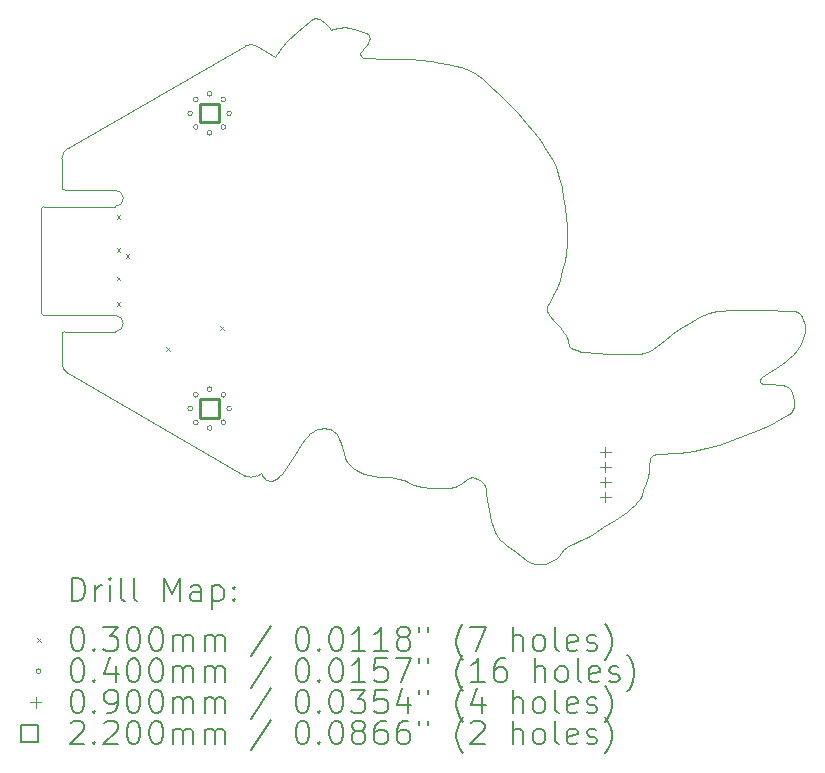
<source format=gbr>
%TF.GenerationSoftware,KiCad,Pcbnew,8.0.1*%
%TF.CreationDate,2024-04-19T20:50:41+01:00*%
%TF.ProjectId,rabbit,72616262-6974-42e6-9b69-6361645f7063,rev?*%
%TF.SameCoordinates,Original*%
%TF.FileFunction,Drillmap*%
%TF.FilePolarity,Positive*%
%FSLAX45Y45*%
G04 Gerber Fmt 4.5, Leading zero omitted, Abs format (unit mm)*
G04 Created by KiCad (PCBNEW 8.0.1) date 2024-04-19 20:50:41*
%MOMM*%
%LPD*%
G01*
G04 APERTURE LIST*
%ADD10C,0.050000*%
%ADD11C,0.100000*%
%ADD12C,0.200000*%
%ADD13C,0.220000*%
G04 APERTURE END LIST*
D10*
X12787920Y-11833727D02*
X12730532Y-11830491D01*
X15962654Y-11043268D02*
X16006760Y-11045718D01*
X14296366Y-10723719D02*
X14308779Y-10735756D01*
X16223098Y-10433738D02*
X16239929Y-10444284D01*
X16198351Y-11201318D02*
X16198795Y-11222531D01*
X15480566Y-10439556D02*
X15509669Y-10431787D01*
X14906849Y-11978457D02*
X14890119Y-12012100D01*
X12101181Y-11459763D02*
X12079809Y-11480502D01*
X14101626Y-9058887D02*
X14141847Y-9123663D01*
X12384786Y-11630069D02*
X12371470Y-11578052D01*
X16102366Y-11053747D02*
X16122387Y-11059256D01*
X12209207Y-11417624D02*
X12189153Y-11419867D01*
X15390768Y-10478070D02*
X15437909Y-10455883D01*
X13573230Y-11890239D02*
X13558480Y-11872987D01*
X15964257Y-10416557D02*
X16163598Y-10422872D01*
X14275060Y-9784002D02*
X14273370Y-9861190D01*
X13475665Y-11832991D02*
X13458921Y-11834205D01*
X13267181Y-8332997D02*
X13325392Y-8346135D01*
X16266800Y-10476530D02*
X16276539Y-10497436D01*
X12521583Y-11789536D02*
X12488980Y-11772576D01*
X12087698Y-7975198D02*
X12106880Y-7961828D01*
X14890058Y-10784926D02*
X14924131Y-10778536D01*
X12030301Y-11544761D02*
X11962460Y-11649553D01*
X12537103Y-8219023D02*
X12525905Y-8236316D01*
X12523598Y-8249786D02*
X12529118Y-8261857D01*
X10050000Y-9047373D02*
X11549999Y-8181347D01*
X15993433Y-11385380D02*
X15893668Y-11431083D01*
X12584329Y-8285164D02*
X12734432Y-8286637D01*
X12144147Y-11433447D02*
X12122161Y-11444586D01*
X15674443Y-11517284D02*
X15562428Y-11554854D01*
X14924131Y-10778536D02*
X14954010Y-10769928D01*
X14215627Y-10159976D02*
X14190518Y-10229939D01*
X13582940Y-11907648D02*
X13573230Y-11890239D01*
X14226795Y-12477365D02*
X14210802Y-12496523D01*
X13419947Y-11853256D02*
X13384773Y-11877428D01*
X12603232Y-8101183D02*
X12604385Y-8116546D01*
X15975372Y-10947761D02*
X15931214Y-10981945D01*
X14434588Y-12347943D02*
X14390402Y-12366375D01*
X16081671Y-11339893D02*
X15993433Y-11385380D01*
D11*
X10025000Y-9400000D02*
G75*
G02*
X10000000Y-9375000I0J25000D01*
G01*
D10*
X12730532Y-11830491D02*
X12684360Y-11828735D01*
X12124026Y-7952401D02*
X12139755Y-7946938D01*
X16177459Y-11110685D02*
X16188930Y-11149224D01*
X14006870Y-12566121D02*
X13981557Y-12560104D01*
X14851356Y-10789131D02*
X14890058Y-10784926D01*
X14944551Y-11879982D02*
X14923456Y-11938392D01*
X14288870Y-10708975D02*
X14296366Y-10723719D01*
X15780761Y-10414337D02*
X15964257Y-10416557D01*
X11649999Y-8181347D02*
X11804759Y-8270698D01*
X11841066Y-11825375D02*
X11825217Y-11839294D01*
X15166286Y-10619777D02*
X15226900Y-10576971D01*
X15226900Y-10576971D02*
X15284816Y-10538896D01*
X13518196Y-11843542D02*
X13496768Y-11835691D01*
X12575648Y-8073803D02*
X12589988Y-8081484D01*
X16276777Y-10656369D02*
X16268132Y-10681045D01*
X13628368Y-8518575D02*
X13707175Y-8593484D01*
X12558257Y-8195480D02*
X12537103Y-8219023D01*
X13328436Y-11911870D02*
X13312118Y-11917827D01*
X12139755Y-7946938D02*
X12154688Y-7945462D01*
X13690462Y-12337478D02*
X13675764Y-12315582D01*
X13345058Y-11903420D02*
X13328436Y-11911870D01*
X12559617Y-8282934D02*
X12584329Y-8285164D01*
X14641549Y-10784764D02*
X14758324Y-10791119D01*
X13011926Y-11904518D02*
X12981304Y-11896330D01*
X12981304Y-11896330D02*
X12955109Y-11886874D01*
X14161731Y-10291798D02*
X14128590Y-10347206D01*
X12371470Y-11578052D02*
X12361090Y-11538770D01*
X11649999Y-11818652D02*
X11686438Y-11797614D01*
X14494329Y-12315941D02*
X14467440Y-12332091D01*
X12892829Y-11857336D02*
X12843142Y-11842928D01*
X13600621Y-12023930D02*
X13591892Y-11954254D01*
X12106880Y-7961828D02*
X12124026Y-7952401D01*
X11649999Y-11818652D02*
G75*
G02*
X11549999Y-11818652I-50000J86602D01*
G01*
X14036935Y-12567686D02*
X14006870Y-12566121D01*
X13046710Y-11911392D02*
X13011926Y-11904518D01*
X11825217Y-11839294D02*
X11811200Y-11848964D01*
X16158069Y-10824945D02*
X16130586Y-10847362D01*
X12169444Y-7947995D02*
X12184642Y-7954558D01*
X11706854Y-11833395D02*
X11697571Y-11820888D01*
X14980566Y-11669892D02*
X14976939Y-11685334D01*
X12734432Y-8286637D02*
X12873025Y-8288265D01*
X14819956Y-12094341D02*
X14783502Y-12122140D01*
X14128590Y-10347206D02*
X14107848Y-10381004D01*
X11780632Y-11860190D02*
X11766979Y-11861938D01*
X13222102Y-11924845D02*
X13127689Y-11921017D01*
X13654604Y-12267632D02*
X13635799Y-12199719D01*
X14281751Y-10671829D02*
X14285138Y-10689972D01*
X14140718Y-12544668D02*
X14115184Y-12555170D01*
X13707175Y-8593484D02*
X13784317Y-8671552D01*
X16287875Y-10546830D02*
X16289171Y-10574525D01*
X14992849Y-11649970D02*
X14985752Y-11658294D01*
X12955109Y-11886874D02*
X12933611Y-11876193D01*
X16287354Y-10603689D02*
X16283138Y-10630672D01*
X14255993Y-9999108D02*
X14237733Y-10080254D01*
X14327263Y-10746636D02*
X14358170Y-10758670D01*
X11818584Y-8249548D02*
X11864826Y-8186826D01*
X10050000Y-10952627D02*
X11549999Y-11818652D01*
X14285138Y-10689972D02*
X14288870Y-10708975D01*
X14848594Y-12068058D02*
X14819956Y-12094341D01*
X14467440Y-12332091D02*
X14434588Y-12347943D01*
X16181954Y-11271581D02*
X16169974Y-11284389D01*
X12525905Y-8236316D02*
X12523598Y-8249786D01*
X13981557Y-12560104D02*
X13956830Y-12548138D01*
X14972951Y-11730033D02*
X14968527Y-11779054D01*
X15284816Y-10538896D02*
X15339588Y-10505835D01*
X15643682Y-10417206D02*
X15780761Y-10414337D01*
X14980132Y-10759069D02*
X15006559Y-10742611D01*
X13384773Y-11877428D02*
X13345058Y-11903420D01*
X12348901Y-11507052D02*
X12334265Y-11481535D01*
X15590345Y-10420655D02*
X15643682Y-10417206D01*
X13709245Y-12359398D02*
X13690462Y-12337478D01*
X12334265Y-11481535D02*
X12316543Y-11460855D01*
X14103908Y-10402772D02*
X14106473Y-10423174D01*
X13993846Y-8911462D02*
X14051837Y-8987577D01*
X15918099Y-10995645D02*
X15910562Y-11007449D01*
X12639856Y-11823585D02*
X12597544Y-11815218D01*
X14217027Y-10560281D02*
X14252503Y-10609114D01*
X14254103Y-12442908D02*
X14226795Y-12477365D01*
X14168700Y-10505723D02*
X14217027Y-10560281D01*
X12218848Y-7979865D02*
X12258200Y-8020514D01*
X16095622Y-10871358D02*
X16045416Y-10902702D01*
X12472482Y-8034117D02*
X12520473Y-8050788D01*
X16202519Y-10427184D02*
X16223098Y-10433738D01*
X14171135Y-9180179D02*
X14190936Y-9232244D01*
X15786097Y-11475539D02*
X15674443Y-11517284D01*
X12579338Y-8171888D02*
X12558257Y-8195480D01*
X14107848Y-10381004D02*
X14104614Y-10391508D01*
X15103419Y-10667034D02*
X15166286Y-10619777D01*
X12601751Y-8133534D02*
X12593619Y-8151610D01*
X10000000Y-9375000D02*
X10000000Y-9133975D01*
X14167340Y-12530507D02*
X14140718Y-12544668D01*
X11753656Y-11861075D02*
X11740823Y-11857695D01*
X15437909Y-10455883D02*
X15480566Y-10439556D01*
X13845319Y-12468492D02*
X13763085Y-12407547D01*
X12247541Y-11421255D02*
X12228676Y-11418088D01*
X14106473Y-10423174D02*
X14116148Y-10443989D01*
X16227117Y-10751582D02*
X16185832Y-10798339D01*
X13201833Y-8321080D02*
X13267181Y-8332997D01*
X11728639Y-11851892D02*
X11717263Y-11843761D01*
X14284675Y-12416858D02*
X14268437Y-12429201D01*
X16164496Y-11085483D02*
X16177459Y-11110685D01*
X14265440Y-10631412D02*
X14275187Y-10652313D01*
X13274837Y-11923889D02*
X13222102Y-11924845D01*
X13508937Y-8421256D02*
X13563300Y-8461990D01*
X16198795Y-11222531D02*
X16196271Y-11241048D01*
X14968527Y-11779054D02*
X14959318Y-11827953D01*
X13733118Y-12382402D02*
X13709245Y-12359398D01*
X11881875Y-11774827D02*
X11858916Y-11805941D01*
X16289171Y-10574525D02*
X16287354Y-10603689D01*
X12957933Y-8291637D02*
X13128845Y-8310283D01*
X16045416Y-10902702D02*
X15975372Y-10947761D01*
X16122387Y-11059256D02*
X16147115Y-11069659D01*
X10000000Y-9133975D02*
G75*
G02*
X10050002Y-9047376I100000J-5D01*
G01*
X13956830Y-12548138D02*
X13928527Y-12528728D01*
X12873025Y-8288265D02*
X12957933Y-8291637D01*
X13294715Y-11921699D02*
X13274837Y-11923889D01*
X15893668Y-11431083D02*
X15786097Y-11475539D01*
X10000000Y-10625000D02*
X10000000Y-10866024D01*
X16283614Y-10521002D02*
X16287875Y-10546830D01*
X12184642Y-7954558D02*
X12200904Y-7965174D01*
X12557946Y-11803809D02*
X12521583Y-11789536D01*
X16163598Y-10422872D02*
X16202519Y-10427184D01*
X13539061Y-11856117D02*
X13518196Y-11843542D01*
X11797008Y-11855544D02*
X11780632Y-11860190D01*
X13591892Y-11954254D02*
X13588773Y-11928043D01*
X14520626Y-12296616D02*
X14494329Y-12315941D01*
X14116148Y-10443989D02*
X14135900Y-10469933D01*
X12400412Y-8020522D02*
X12432266Y-8023969D01*
X13442505Y-11839904D02*
X13419947Y-11853256D01*
X12488980Y-11772576D02*
X12460658Y-11753105D01*
X12933611Y-11876193D02*
X12892829Y-11857336D01*
X12079809Y-11480502D02*
X12056648Y-11508327D01*
X14115184Y-12555170D02*
X14090453Y-12562268D01*
X14245215Y-9454826D02*
X14258739Y-9542515D01*
X13462245Y-8393901D02*
X13508937Y-8421256D01*
X14758324Y-10791119D02*
X14807591Y-10791184D01*
X14273350Y-9703671D02*
X14275060Y-9784002D01*
X12348437Y-8027190D02*
X12400412Y-8020522D01*
X14871341Y-12041306D02*
X14848594Y-12068058D01*
X13928527Y-12528728D02*
X13845319Y-12468492D01*
X16283138Y-10630672D02*
X16276777Y-10656369D01*
X14064909Y-12566321D02*
X14036935Y-12567686D01*
X16276539Y-10497436D02*
X16283614Y-10521002D01*
X16243440Y-10728387D02*
X16227117Y-10751582D01*
X11811200Y-11848964D02*
X11797008Y-11855544D01*
X11858916Y-11805941D02*
X11841066Y-11825375D01*
X12598807Y-8090054D02*
X12603232Y-8101183D01*
X15352202Y-11611615D02*
X15296000Y-11621205D01*
D11*
X10000000Y-10625000D02*
G75*
G02*
X10025000Y-10600000I25000J0D01*
G01*
D10*
X12000139Y-8051028D02*
X12087698Y-7975198D01*
X15910562Y-11007449D02*
X15908306Y-11017632D01*
X12168534Y-11424824D02*
X12144147Y-11433447D01*
X12460658Y-11753105D02*
X12437141Y-11731300D01*
X16188930Y-11149224D02*
X16195032Y-11177015D01*
X14512318Y-10777577D02*
X14641549Y-10784764D01*
X15006559Y-10742611D02*
X15038748Y-10718460D01*
X13784317Y-8671552D02*
X13858720Y-8751722D01*
X15029116Y-11638933D02*
X15014179Y-11640860D01*
X13422420Y-8376485D02*
X13462245Y-8393901D01*
X14090453Y-12562268D02*
X14064909Y-12566321D01*
X13616531Y-12112118D02*
X13600621Y-12023930D01*
X14985752Y-11658294D02*
X14980566Y-11669892D01*
X14210802Y-12496523D02*
X14190842Y-12514348D01*
X14252503Y-10609114D02*
X14265440Y-10631412D01*
X12279475Y-8045232D02*
X12294015Y-8040198D01*
X16169974Y-11284389D02*
X16154658Y-11296085D01*
X14976939Y-11685334D02*
X14972951Y-11730033D01*
X14211009Y-9299548D02*
X14229665Y-9375829D01*
X14275187Y-10652313D02*
X14281751Y-10671829D01*
X13376970Y-8360597D02*
X13422420Y-8376485D01*
X16006760Y-11045718D02*
X16081603Y-11050261D01*
X13929018Y-8832268D02*
X13993846Y-8911462D01*
X16257065Y-10704962D02*
X16243440Y-10728387D01*
X14141847Y-9123663D02*
X14171135Y-9180179D01*
X15339588Y-10505835D02*
X15390768Y-10478070D01*
X16239929Y-10444284D02*
X16254546Y-10458680D01*
X15509669Y-10431787D02*
X15545968Y-10425501D01*
X14890119Y-12012100D02*
X14871341Y-12041306D01*
X16156541Y-11076646D02*
X16164496Y-11085483D01*
X12520473Y-8050788D02*
X12575648Y-8073803D01*
X15908306Y-11017632D02*
X15911032Y-11026467D01*
X11864826Y-8186826D02*
X11909124Y-8135697D01*
X12300301Y-11446925D02*
X12283374Y-11435679D01*
X10050000Y-10952627D02*
G75*
G02*
X9999996Y-10866024I50000J86607D01*
G01*
X16190689Y-11257266D02*
X16181954Y-11271581D01*
X12294015Y-8040198D02*
X12348437Y-8027190D01*
X12684360Y-11828735D02*
X12639856Y-11823585D01*
X16195032Y-11177015D02*
X16198351Y-11201318D01*
X14273370Y-9861190D02*
X14267443Y-9929489D01*
X11766979Y-11861938D02*
X11753656Y-11861075D01*
X15453773Y-11586786D02*
X15352202Y-11611615D01*
X16081603Y-11050261D02*
X16102366Y-11053747D01*
X14229665Y-9375829D02*
X14245215Y-9454826D01*
X11697571Y-11820888D02*
X11689573Y-11806335D01*
X11740823Y-11857695D02*
X11728639Y-11851892D01*
X16268132Y-10681045D02*
X16257065Y-10704962D01*
X15911032Y-11026467D02*
X15919307Y-11034550D01*
X13312118Y-11917827D02*
X13294715Y-11921699D01*
X14268437Y-12429201D02*
X14254103Y-12442908D01*
X13763085Y-12407547D02*
X13733118Y-12382402D01*
X14051837Y-8987577D02*
X14101626Y-9058887D01*
X13588773Y-11928043D02*
X13582940Y-11907648D01*
X15038748Y-10718460D02*
X15103419Y-10667034D01*
X14190936Y-9232244D02*
X14211009Y-9299548D01*
X13664146Y-12292653D02*
X13654604Y-12267632D01*
X12258200Y-8020514D02*
X12279475Y-8045232D01*
X12189153Y-11419867D02*
X12168534Y-11424824D01*
X13558480Y-11872987D02*
X13539061Y-11856117D01*
X14190518Y-10229939D02*
X14161731Y-10291798D01*
X11962460Y-11649553D02*
X11881875Y-11774827D01*
X12529118Y-8261857D02*
X12537904Y-8270897D01*
X12154688Y-7945462D02*
X12169444Y-7947995D01*
X13675764Y-12315582D02*
X13664146Y-12292653D01*
X14959318Y-11827953D02*
X14944551Y-11879982D01*
X12437141Y-11731300D02*
X12416633Y-11704387D01*
X12283374Y-11435679D02*
X12265780Y-11427120D01*
X15014179Y-11640860D02*
X15002207Y-11644349D01*
X14679462Y-12190222D02*
X14578640Y-12254622D01*
X11549999Y-8181347D02*
G75*
G02*
X11649999Y-8181347I50000J-86602D01*
G01*
X12548786Y-8278889D02*
X12559617Y-8282934D01*
X12416633Y-11704387D02*
X12399511Y-11671412D01*
X16185832Y-10798339D02*
X16158069Y-10824945D01*
X14237733Y-10080254D02*
X14215627Y-10159976D01*
X13563300Y-8461990D02*
X13628368Y-8518575D01*
X13635799Y-12199719D02*
X13616531Y-12112118D01*
X14783502Y-12122140D02*
X14679462Y-12190222D01*
X14807591Y-10791184D02*
X14851356Y-10789131D01*
X11804759Y-8270698D02*
X11818584Y-8249548D01*
X11689573Y-11806335D02*
X11686438Y-11797614D01*
X14954010Y-10769928D02*
X14980132Y-10759069D01*
X12228676Y-11418088D02*
X12209207Y-11417624D01*
X15227559Y-11626034D02*
X15029116Y-11638933D01*
X14358170Y-10758670D02*
X14397083Y-10767465D01*
X11909124Y-8135697D02*
X12000139Y-8051028D01*
X14447350Y-10773581D02*
X14512318Y-10777577D01*
X14267443Y-9929489D02*
X14255993Y-9999108D01*
X14258739Y-9542515D02*
X14268014Y-9624320D01*
X14397083Y-10767465D02*
X14447350Y-10773581D01*
X12604385Y-8116546D02*
X12601751Y-8133534D01*
X12200904Y-7965174D02*
X12218848Y-7979865D01*
X12265780Y-11427120D02*
X12247541Y-11421255D01*
X13496768Y-11835691D02*
X13475665Y-11832991D01*
X13458921Y-11834205D02*
X13442505Y-11839904D01*
X14135900Y-10469933D02*
X14168700Y-10505723D01*
X12361090Y-11538770D02*
X12348901Y-11507052D01*
X15931214Y-10981945D02*
X15918099Y-10995645D01*
X12122161Y-11444586D02*
X12101181Y-11459763D01*
X16154658Y-11296085D02*
X16081671Y-11339893D01*
X12399511Y-11671412D02*
X12384786Y-11630069D01*
X12432266Y-8023969D02*
X12472482Y-8034117D01*
X14104614Y-10391508D02*
X14103908Y-10402772D01*
X13325392Y-8346135D02*
X13376970Y-8360597D01*
X12589988Y-8081484D02*
X12598807Y-8090054D01*
X16130586Y-10847362D02*
X16095622Y-10871358D01*
X12537904Y-8270897D02*
X12548786Y-8278889D01*
X15562428Y-11554854D02*
X15453773Y-11586786D01*
X14268014Y-9624320D02*
X14273350Y-9703671D01*
X13858720Y-8751722D02*
X13929018Y-8832268D01*
X13128845Y-8310283D02*
X13201833Y-8321080D01*
X14190842Y-12514348D02*
X14167340Y-12530507D01*
X12593619Y-8151610D02*
X12579338Y-8171888D01*
X16254546Y-10458680D02*
X16266800Y-10476530D01*
X14923456Y-11938392D02*
X14906849Y-11978457D01*
X15296000Y-11621205D02*
X15227559Y-11626034D01*
X13127689Y-11921017D02*
X13046710Y-11911392D01*
X12597544Y-11815218D02*
X12557946Y-11803809D01*
X14308779Y-10735756D02*
X14327263Y-10746636D01*
X15935008Y-11039848D02*
X15962654Y-11043268D01*
X11717263Y-11843761D02*
X11706854Y-11833395D01*
X14390402Y-12366375D02*
X14327208Y-12393314D01*
X12056648Y-11508327D02*
X12030301Y-11544761D01*
X14327208Y-12393314D02*
X14284675Y-12416858D01*
X12843142Y-11842928D02*
X12787920Y-11833727D01*
X14578640Y-12254622D02*
X14520626Y-12296616D01*
X12316543Y-11460855D02*
X12300301Y-11446925D01*
X15545968Y-10425501D02*
X15590345Y-10420655D01*
X16196271Y-11241048D02*
X16190689Y-11257266D01*
X15919307Y-11034550D02*
X15935008Y-11039848D01*
X15002207Y-11644349D02*
X14992849Y-11649970D01*
X16147115Y-11069659D02*
X16156541Y-11076646D01*
X9825000Y-10440000D02*
X9825000Y-9560000D01*
X10450000Y-9400000D02*
X10025000Y-9400000D01*
X10450000Y-9540000D02*
X9845000Y-9540000D01*
X10450000Y-10460000D02*
X9845000Y-10460000D01*
X10450000Y-10600000D02*
X10025000Y-10600000D01*
X9825000Y-9560000D02*
G75*
G02*
X9845000Y-9540000I20000J0D01*
G01*
X9845000Y-10460000D02*
G75*
G02*
X9825000Y-10440000I0J20000D01*
G01*
X10450000Y-9400000D02*
G75*
G02*
X10520000Y-9470000I0J-70000D01*
G01*
X10450000Y-10460000D02*
G75*
G02*
X10520000Y-10530000I0J-70000D01*
G01*
X10520000Y-9470000D02*
G75*
G02*
X10450000Y-9540000I-70000J0D01*
G01*
X10520000Y-10530000D02*
G75*
G02*
X10450000Y-10600000I-70000J0D01*
G01*
D12*
D11*
X10462500Y-9611600D02*
X10492500Y-9641600D01*
X10492500Y-9611600D02*
X10462500Y-9641600D01*
X10462500Y-9891000D02*
X10492500Y-9921000D01*
X10492500Y-9891000D02*
X10462500Y-9921000D01*
X10462500Y-10132300D02*
X10492500Y-10162300D01*
X10492500Y-10132300D02*
X10462500Y-10162300D01*
X10462500Y-10348200D02*
X10492500Y-10378200D01*
X10492500Y-10348200D02*
X10462500Y-10378200D01*
X10538700Y-9941800D02*
X10568700Y-9971800D01*
X10568700Y-9941800D02*
X10538700Y-9971800D01*
X10881600Y-10729200D02*
X10911600Y-10759200D01*
X10911600Y-10729200D02*
X10881600Y-10759200D01*
X11338800Y-10551400D02*
X11368800Y-10581400D01*
X11368800Y-10551400D02*
X11338800Y-10581400D01*
X11105000Y-8750000D02*
G75*
G02*
X11065000Y-8750000I-20000J0D01*
G01*
X11065000Y-8750000D02*
G75*
G02*
X11105000Y-8750000I20000J0D01*
G01*
X11105000Y-11250000D02*
G75*
G02*
X11065000Y-11250000I-20000J0D01*
G01*
X11065000Y-11250000D02*
G75*
G02*
X11105000Y-11250000I20000J0D01*
G01*
X11153327Y-8633327D02*
G75*
G02*
X11113327Y-8633327I-20000J0D01*
G01*
X11113327Y-8633327D02*
G75*
G02*
X11153327Y-8633327I20000J0D01*
G01*
X11153327Y-8866673D02*
G75*
G02*
X11113327Y-8866673I-20000J0D01*
G01*
X11113327Y-8866673D02*
G75*
G02*
X11153327Y-8866673I20000J0D01*
G01*
X11153327Y-11133327D02*
G75*
G02*
X11113327Y-11133327I-20000J0D01*
G01*
X11113327Y-11133327D02*
G75*
G02*
X11153327Y-11133327I20000J0D01*
G01*
X11153327Y-11366673D02*
G75*
G02*
X11113327Y-11366673I-20000J0D01*
G01*
X11113327Y-11366673D02*
G75*
G02*
X11153327Y-11366673I20000J0D01*
G01*
X11270000Y-8585000D02*
G75*
G02*
X11230000Y-8585000I-20000J0D01*
G01*
X11230000Y-8585000D02*
G75*
G02*
X11270000Y-8585000I20000J0D01*
G01*
X11270000Y-8915000D02*
G75*
G02*
X11230000Y-8915000I-20000J0D01*
G01*
X11230000Y-8915000D02*
G75*
G02*
X11270000Y-8915000I20000J0D01*
G01*
X11270000Y-11085000D02*
G75*
G02*
X11230000Y-11085000I-20000J0D01*
G01*
X11230000Y-11085000D02*
G75*
G02*
X11270000Y-11085000I20000J0D01*
G01*
X11270000Y-11415000D02*
G75*
G02*
X11230000Y-11415000I-20000J0D01*
G01*
X11230000Y-11415000D02*
G75*
G02*
X11270000Y-11415000I20000J0D01*
G01*
X11386673Y-8633327D02*
G75*
G02*
X11346673Y-8633327I-20000J0D01*
G01*
X11346673Y-8633327D02*
G75*
G02*
X11386673Y-8633327I20000J0D01*
G01*
X11386673Y-8866673D02*
G75*
G02*
X11346673Y-8866673I-20000J0D01*
G01*
X11346673Y-8866673D02*
G75*
G02*
X11386673Y-8866673I20000J0D01*
G01*
X11386673Y-11133327D02*
G75*
G02*
X11346673Y-11133327I-20000J0D01*
G01*
X11346673Y-11133327D02*
G75*
G02*
X11386673Y-11133327I20000J0D01*
G01*
X11386673Y-11366673D02*
G75*
G02*
X11346673Y-11366673I-20000J0D01*
G01*
X11346673Y-11366673D02*
G75*
G02*
X11386673Y-11366673I20000J0D01*
G01*
X11435000Y-8750000D02*
G75*
G02*
X11395000Y-8750000I-20000J0D01*
G01*
X11395000Y-8750000D02*
G75*
G02*
X11435000Y-8750000I20000J0D01*
G01*
X11435000Y-11250000D02*
G75*
G02*
X11395000Y-11250000I-20000J0D01*
G01*
X11395000Y-11250000D02*
G75*
G02*
X11435000Y-11250000I20000J0D01*
G01*
X14600000Y-11574000D02*
X14600000Y-11664000D01*
X14555000Y-11619000D02*
X14645000Y-11619000D01*
X14600000Y-11701000D02*
X14600000Y-11791000D01*
X14555000Y-11746000D02*
X14645000Y-11746000D01*
X14600000Y-11828000D02*
X14600000Y-11918000D01*
X14555000Y-11873000D02*
X14645000Y-11873000D01*
X14600000Y-11955000D02*
X14600000Y-12045000D01*
X14555000Y-12000000D02*
X14645000Y-12000000D01*
D13*
X11327782Y-8827783D02*
X11327782Y-8672218D01*
X11172218Y-8672218D01*
X11172218Y-8827783D01*
X11327782Y-8827783D01*
X11327782Y-11327782D02*
X11327782Y-11172218D01*
X11172218Y-11172218D01*
X11172218Y-11327782D01*
X11327782Y-11327782D01*
D12*
X10083277Y-12881670D02*
X10083277Y-12681670D01*
X10083277Y-12681670D02*
X10130896Y-12681670D01*
X10130896Y-12681670D02*
X10159467Y-12691194D01*
X10159467Y-12691194D02*
X10178515Y-12710242D01*
X10178515Y-12710242D02*
X10188039Y-12729289D01*
X10188039Y-12729289D02*
X10197563Y-12767384D01*
X10197563Y-12767384D02*
X10197563Y-12795956D01*
X10197563Y-12795956D02*
X10188039Y-12834051D01*
X10188039Y-12834051D02*
X10178515Y-12853099D01*
X10178515Y-12853099D02*
X10159467Y-12872146D01*
X10159467Y-12872146D02*
X10130896Y-12881670D01*
X10130896Y-12881670D02*
X10083277Y-12881670D01*
X10283277Y-12881670D02*
X10283277Y-12748337D01*
X10283277Y-12786432D02*
X10292801Y-12767384D01*
X10292801Y-12767384D02*
X10302324Y-12757861D01*
X10302324Y-12757861D02*
X10321372Y-12748337D01*
X10321372Y-12748337D02*
X10340420Y-12748337D01*
X10407086Y-12881670D02*
X10407086Y-12748337D01*
X10407086Y-12681670D02*
X10397563Y-12691194D01*
X10397563Y-12691194D02*
X10407086Y-12700718D01*
X10407086Y-12700718D02*
X10416610Y-12691194D01*
X10416610Y-12691194D02*
X10407086Y-12681670D01*
X10407086Y-12681670D02*
X10407086Y-12700718D01*
X10530896Y-12881670D02*
X10511848Y-12872146D01*
X10511848Y-12872146D02*
X10502324Y-12853099D01*
X10502324Y-12853099D02*
X10502324Y-12681670D01*
X10635658Y-12881670D02*
X10616610Y-12872146D01*
X10616610Y-12872146D02*
X10607086Y-12853099D01*
X10607086Y-12853099D02*
X10607086Y-12681670D01*
X10864229Y-12881670D02*
X10864229Y-12681670D01*
X10864229Y-12681670D02*
X10930896Y-12824527D01*
X10930896Y-12824527D02*
X10997563Y-12681670D01*
X10997563Y-12681670D02*
X10997563Y-12881670D01*
X11178515Y-12881670D02*
X11178515Y-12776908D01*
X11178515Y-12776908D02*
X11168991Y-12757861D01*
X11168991Y-12757861D02*
X11149944Y-12748337D01*
X11149944Y-12748337D02*
X11111848Y-12748337D01*
X11111848Y-12748337D02*
X11092801Y-12757861D01*
X11178515Y-12872146D02*
X11159467Y-12881670D01*
X11159467Y-12881670D02*
X11111848Y-12881670D01*
X11111848Y-12881670D02*
X11092801Y-12872146D01*
X11092801Y-12872146D02*
X11083277Y-12853099D01*
X11083277Y-12853099D02*
X11083277Y-12834051D01*
X11083277Y-12834051D02*
X11092801Y-12815004D01*
X11092801Y-12815004D02*
X11111848Y-12805480D01*
X11111848Y-12805480D02*
X11159467Y-12805480D01*
X11159467Y-12805480D02*
X11178515Y-12795956D01*
X11273753Y-12748337D02*
X11273753Y-12948337D01*
X11273753Y-12757861D02*
X11292801Y-12748337D01*
X11292801Y-12748337D02*
X11330896Y-12748337D01*
X11330896Y-12748337D02*
X11349943Y-12757861D01*
X11349943Y-12757861D02*
X11359467Y-12767384D01*
X11359467Y-12767384D02*
X11368991Y-12786432D01*
X11368991Y-12786432D02*
X11368991Y-12843575D01*
X11368991Y-12843575D02*
X11359467Y-12862623D01*
X11359467Y-12862623D02*
X11349943Y-12872146D01*
X11349943Y-12872146D02*
X11330896Y-12881670D01*
X11330896Y-12881670D02*
X11292801Y-12881670D01*
X11292801Y-12881670D02*
X11273753Y-12872146D01*
X11454705Y-12862623D02*
X11464229Y-12872146D01*
X11464229Y-12872146D02*
X11454705Y-12881670D01*
X11454705Y-12881670D02*
X11445182Y-12872146D01*
X11445182Y-12872146D02*
X11454705Y-12862623D01*
X11454705Y-12862623D02*
X11454705Y-12881670D01*
X11454705Y-12757861D02*
X11464229Y-12767384D01*
X11464229Y-12767384D02*
X11454705Y-12776908D01*
X11454705Y-12776908D02*
X11445182Y-12767384D01*
X11445182Y-12767384D02*
X11454705Y-12757861D01*
X11454705Y-12757861D02*
X11454705Y-12776908D01*
D11*
X9792500Y-13195186D02*
X9822500Y-13225186D01*
X9822500Y-13195186D02*
X9792500Y-13225186D01*
D12*
X10121372Y-13101670D02*
X10140420Y-13101670D01*
X10140420Y-13101670D02*
X10159467Y-13111194D01*
X10159467Y-13111194D02*
X10168991Y-13120718D01*
X10168991Y-13120718D02*
X10178515Y-13139765D01*
X10178515Y-13139765D02*
X10188039Y-13177861D01*
X10188039Y-13177861D02*
X10188039Y-13225480D01*
X10188039Y-13225480D02*
X10178515Y-13263575D01*
X10178515Y-13263575D02*
X10168991Y-13282623D01*
X10168991Y-13282623D02*
X10159467Y-13292146D01*
X10159467Y-13292146D02*
X10140420Y-13301670D01*
X10140420Y-13301670D02*
X10121372Y-13301670D01*
X10121372Y-13301670D02*
X10102324Y-13292146D01*
X10102324Y-13292146D02*
X10092801Y-13282623D01*
X10092801Y-13282623D02*
X10083277Y-13263575D01*
X10083277Y-13263575D02*
X10073753Y-13225480D01*
X10073753Y-13225480D02*
X10073753Y-13177861D01*
X10073753Y-13177861D02*
X10083277Y-13139765D01*
X10083277Y-13139765D02*
X10092801Y-13120718D01*
X10092801Y-13120718D02*
X10102324Y-13111194D01*
X10102324Y-13111194D02*
X10121372Y-13101670D01*
X10273753Y-13282623D02*
X10283277Y-13292146D01*
X10283277Y-13292146D02*
X10273753Y-13301670D01*
X10273753Y-13301670D02*
X10264229Y-13292146D01*
X10264229Y-13292146D02*
X10273753Y-13282623D01*
X10273753Y-13282623D02*
X10273753Y-13301670D01*
X10349944Y-13101670D02*
X10473753Y-13101670D01*
X10473753Y-13101670D02*
X10407086Y-13177861D01*
X10407086Y-13177861D02*
X10435658Y-13177861D01*
X10435658Y-13177861D02*
X10454705Y-13187384D01*
X10454705Y-13187384D02*
X10464229Y-13196908D01*
X10464229Y-13196908D02*
X10473753Y-13215956D01*
X10473753Y-13215956D02*
X10473753Y-13263575D01*
X10473753Y-13263575D02*
X10464229Y-13282623D01*
X10464229Y-13282623D02*
X10454705Y-13292146D01*
X10454705Y-13292146D02*
X10435658Y-13301670D01*
X10435658Y-13301670D02*
X10378515Y-13301670D01*
X10378515Y-13301670D02*
X10359467Y-13292146D01*
X10359467Y-13292146D02*
X10349944Y-13282623D01*
X10597563Y-13101670D02*
X10616610Y-13101670D01*
X10616610Y-13101670D02*
X10635658Y-13111194D01*
X10635658Y-13111194D02*
X10645182Y-13120718D01*
X10645182Y-13120718D02*
X10654705Y-13139765D01*
X10654705Y-13139765D02*
X10664229Y-13177861D01*
X10664229Y-13177861D02*
X10664229Y-13225480D01*
X10664229Y-13225480D02*
X10654705Y-13263575D01*
X10654705Y-13263575D02*
X10645182Y-13282623D01*
X10645182Y-13282623D02*
X10635658Y-13292146D01*
X10635658Y-13292146D02*
X10616610Y-13301670D01*
X10616610Y-13301670D02*
X10597563Y-13301670D01*
X10597563Y-13301670D02*
X10578515Y-13292146D01*
X10578515Y-13292146D02*
X10568991Y-13282623D01*
X10568991Y-13282623D02*
X10559467Y-13263575D01*
X10559467Y-13263575D02*
X10549944Y-13225480D01*
X10549944Y-13225480D02*
X10549944Y-13177861D01*
X10549944Y-13177861D02*
X10559467Y-13139765D01*
X10559467Y-13139765D02*
X10568991Y-13120718D01*
X10568991Y-13120718D02*
X10578515Y-13111194D01*
X10578515Y-13111194D02*
X10597563Y-13101670D01*
X10788039Y-13101670D02*
X10807086Y-13101670D01*
X10807086Y-13101670D02*
X10826134Y-13111194D01*
X10826134Y-13111194D02*
X10835658Y-13120718D01*
X10835658Y-13120718D02*
X10845182Y-13139765D01*
X10845182Y-13139765D02*
X10854705Y-13177861D01*
X10854705Y-13177861D02*
X10854705Y-13225480D01*
X10854705Y-13225480D02*
X10845182Y-13263575D01*
X10845182Y-13263575D02*
X10835658Y-13282623D01*
X10835658Y-13282623D02*
X10826134Y-13292146D01*
X10826134Y-13292146D02*
X10807086Y-13301670D01*
X10807086Y-13301670D02*
X10788039Y-13301670D01*
X10788039Y-13301670D02*
X10768991Y-13292146D01*
X10768991Y-13292146D02*
X10759467Y-13282623D01*
X10759467Y-13282623D02*
X10749944Y-13263575D01*
X10749944Y-13263575D02*
X10740420Y-13225480D01*
X10740420Y-13225480D02*
X10740420Y-13177861D01*
X10740420Y-13177861D02*
X10749944Y-13139765D01*
X10749944Y-13139765D02*
X10759467Y-13120718D01*
X10759467Y-13120718D02*
X10768991Y-13111194D01*
X10768991Y-13111194D02*
X10788039Y-13101670D01*
X10940420Y-13301670D02*
X10940420Y-13168337D01*
X10940420Y-13187384D02*
X10949944Y-13177861D01*
X10949944Y-13177861D02*
X10968991Y-13168337D01*
X10968991Y-13168337D02*
X10997563Y-13168337D01*
X10997563Y-13168337D02*
X11016610Y-13177861D01*
X11016610Y-13177861D02*
X11026134Y-13196908D01*
X11026134Y-13196908D02*
X11026134Y-13301670D01*
X11026134Y-13196908D02*
X11035658Y-13177861D01*
X11035658Y-13177861D02*
X11054705Y-13168337D01*
X11054705Y-13168337D02*
X11083277Y-13168337D01*
X11083277Y-13168337D02*
X11102325Y-13177861D01*
X11102325Y-13177861D02*
X11111848Y-13196908D01*
X11111848Y-13196908D02*
X11111848Y-13301670D01*
X11207086Y-13301670D02*
X11207086Y-13168337D01*
X11207086Y-13187384D02*
X11216610Y-13177861D01*
X11216610Y-13177861D02*
X11235658Y-13168337D01*
X11235658Y-13168337D02*
X11264229Y-13168337D01*
X11264229Y-13168337D02*
X11283277Y-13177861D01*
X11283277Y-13177861D02*
X11292801Y-13196908D01*
X11292801Y-13196908D02*
X11292801Y-13301670D01*
X11292801Y-13196908D02*
X11302324Y-13177861D01*
X11302324Y-13177861D02*
X11321372Y-13168337D01*
X11321372Y-13168337D02*
X11349943Y-13168337D01*
X11349943Y-13168337D02*
X11368991Y-13177861D01*
X11368991Y-13177861D02*
X11378515Y-13196908D01*
X11378515Y-13196908D02*
X11378515Y-13301670D01*
X11768991Y-13092146D02*
X11597563Y-13349289D01*
X12026134Y-13101670D02*
X12045182Y-13101670D01*
X12045182Y-13101670D02*
X12064229Y-13111194D01*
X12064229Y-13111194D02*
X12073753Y-13120718D01*
X12073753Y-13120718D02*
X12083277Y-13139765D01*
X12083277Y-13139765D02*
X12092801Y-13177861D01*
X12092801Y-13177861D02*
X12092801Y-13225480D01*
X12092801Y-13225480D02*
X12083277Y-13263575D01*
X12083277Y-13263575D02*
X12073753Y-13282623D01*
X12073753Y-13282623D02*
X12064229Y-13292146D01*
X12064229Y-13292146D02*
X12045182Y-13301670D01*
X12045182Y-13301670D02*
X12026134Y-13301670D01*
X12026134Y-13301670D02*
X12007086Y-13292146D01*
X12007086Y-13292146D02*
X11997563Y-13282623D01*
X11997563Y-13282623D02*
X11988039Y-13263575D01*
X11988039Y-13263575D02*
X11978515Y-13225480D01*
X11978515Y-13225480D02*
X11978515Y-13177861D01*
X11978515Y-13177861D02*
X11988039Y-13139765D01*
X11988039Y-13139765D02*
X11997563Y-13120718D01*
X11997563Y-13120718D02*
X12007086Y-13111194D01*
X12007086Y-13111194D02*
X12026134Y-13101670D01*
X12178515Y-13282623D02*
X12188039Y-13292146D01*
X12188039Y-13292146D02*
X12178515Y-13301670D01*
X12178515Y-13301670D02*
X12168991Y-13292146D01*
X12168991Y-13292146D02*
X12178515Y-13282623D01*
X12178515Y-13282623D02*
X12178515Y-13301670D01*
X12311848Y-13101670D02*
X12330896Y-13101670D01*
X12330896Y-13101670D02*
X12349944Y-13111194D01*
X12349944Y-13111194D02*
X12359467Y-13120718D01*
X12359467Y-13120718D02*
X12368991Y-13139765D01*
X12368991Y-13139765D02*
X12378515Y-13177861D01*
X12378515Y-13177861D02*
X12378515Y-13225480D01*
X12378515Y-13225480D02*
X12368991Y-13263575D01*
X12368991Y-13263575D02*
X12359467Y-13282623D01*
X12359467Y-13282623D02*
X12349944Y-13292146D01*
X12349944Y-13292146D02*
X12330896Y-13301670D01*
X12330896Y-13301670D02*
X12311848Y-13301670D01*
X12311848Y-13301670D02*
X12292801Y-13292146D01*
X12292801Y-13292146D02*
X12283277Y-13282623D01*
X12283277Y-13282623D02*
X12273753Y-13263575D01*
X12273753Y-13263575D02*
X12264229Y-13225480D01*
X12264229Y-13225480D02*
X12264229Y-13177861D01*
X12264229Y-13177861D02*
X12273753Y-13139765D01*
X12273753Y-13139765D02*
X12283277Y-13120718D01*
X12283277Y-13120718D02*
X12292801Y-13111194D01*
X12292801Y-13111194D02*
X12311848Y-13101670D01*
X12568991Y-13301670D02*
X12454706Y-13301670D01*
X12511848Y-13301670D02*
X12511848Y-13101670D01*
X12511848Y-13101670D02*
X12492801Y-13130242D01*
X12492801Y-13130242D02*
X12473753Y-13149289D01*
X12473753Y-13149289D02*
X12454706Y-13158813D01*
X12759467Y-13301670D02*
X12645182Y-13301670D01*
X12702325Y-13301670D02*
X12702325Y-13101670D01*
X12702325Y-13101670D02*
X12683277Y-13130242D01*
X12683277Y-13130242D02*
X12664229Y-13149289D01*
X12664229Y-13149289D02*
X12645182Y-13158813D01*
X12873753Y-13187384D02*
X12854706Y-13177861D01*
X12854706Y-13177861D02*
X12845182Y-13168337D01*
X12845182Y-13168337D02*
X12835658Y-13149289D01*
X12835658Y-13149289D02*
X12835658Y-13139765D01*
X12835658Y-13139765D02*
X12845182Y-13120718D01*
X12845182Y-13120718D02*
X12854706Y-13111194D01*
X12854706Y-13111194D02*
X12873753Y-13101670D01*
X12873753Y-13101670D02*
X12911848Y-13101670D01*
X12911848Y-13101670D02*
X12930896Y-13111194D01*
X12930896Y-13111194D02*
X12940420Y-13120718D01*
X12940420Y-13120718D02*
X12949944Y-13139765D01*
X12949944Y-13139765D02*
X12949944Y-13149289D01*
X12949944Y-13149289D02*
X12940420Y-13168337D01*
X12940420Y-13168337D02*
X12930896Y-13177861D01*
X12930896Y-13177861D02*
X12911848Y-13187384D01*
X12911848Y-13187384D02*
X12873753Y-13187384D01*
X12873753Y-13187384D02*
X12854706Y-13196908D01*
X12854706Y-13196908D02*
X12845182Y-13206432D01*
X12845182Y-13206432D02*
X12835658Y-13225480D01*
X12835658Y-13225480D02*
X12835658Y-13263575D01*
X12835658Y-13263575D02*
X12845182Y-13282623D01*
X12845182Y-13282623D02*
X12854706Y-13292146D01*
X12854706Y-13292146D02*
X12873753Y-13301670D01*
X12873753Y-13301670D02*
X12911848Y-13301670D01*
X12911848Y-13301670D02*
X12930896Y-13292146D01*
X12930896Y-13292146D02*
X12940420Y-13282623D01*
X12940420Y-13282623D02*
X12949944Y-13263575D01*
X12949944Y-13263575D02*
X12949944Y-13225480D01*
X12949944Y-13225480D02*
X12940420Y-13206432D01*
X12940420Y-13206432D02*
X12930896Y-13196908D01*
X12930896Y-13196908D02*
X12911848Y-13187384D01*
X13026134Y-13101670D02*
X13026134Y-13139765D01*
X13102325Y-13101670D02*
X13102325Y-13139765D01*
X13397563Y-13377861D02*
X13388039Y-13368337D01*
X13388039Y-13368337D02*
X13368991Y-13339765D01*
X13368991Y-13339765D02*
X13359468Y-13320718D01*
X13359468Y-13320718D02*
X13349944Y-13292146D01*
X13349944Y-13292146D02*
X13340420Y-13244527D01*
X13340420Y-13244527D02*
X13340420Y-13206432D01*
X13340420Y-13206432D02*
X13349944Y-13158813D01*
X13349944Y-13158813D02*
X13359468Y-13130242D01*
X13359468Y-13130242D02*
X13368991Y-13111194D01*
X13368991Y-13111194D02*
X13388039Y-13082623D01*
X13388039Y-13082623D02*
X13397563Y-13073099D01*
X13454706Y-13101670D02*
X13588039Y-13101670D01*
X13588039Y-13101670D02*
X13502325Y-13301670D01*
X13816610Y-13301670D02*
X13816610Y-13101670D01*
X13902325Y-13301670D02*
X13902325Y-13196908D01*
X13902325Y-13196908D02*
X13892801Y-13177861D01*
X13892801Y-13177861D02*
X13873753Y-13168337D01*
X13873753Y-13168337D02*
X13845182Y-13168337D01*
X13845182Y-13168337D02*
X13826134Y-13177861D01*
X13826134Y-13177861D02*
X13816610Y-13187384D01*
X14026134Y-13301670D02*
X14007087Y-13292146D01*
X14007087Y-13292146D02*
X13997563Y-13282623D01*
X13997563Y-13282623D02*
X13988039Y-13263575D01*
X13988039Y-13263575D02*
X13988039Y-13206432D01*
X13988039Y-13206432D02*
X13997563Y-13187384D01*
X13997563Y-13187384D02*
X14007087Y-13177861D01*
X14007087Y-13177861D02*
X14026134Y-13168337D01*
X14026134Y-13168337D02*
X14054706Y-13168337D01*
X14054706Y-13168337D02*
X14073753Y-13177861D01*
X14073753Y-13177861D02*
X14083277Y-13187384D01*
X14083277Y-13187384D02*
X14092801Y-13206432D01*
X14092801Y-13206432D02*
X14092801Y-13263575D01*
X14092801Y-13263575D02*
X14083277Y-13282623D01*
X14083277Y-13282623D02*
X14073753Y-13292146D01*
X14073753Y-13292146D02*
X14054706Y-13301670D01*
X14054706Y-13301670D02*
X14026134Y-13301670D01*
X14207087Y-13301670D02*
X14188039Y-13292146D01*
X14188039Y-13292146D02*
X14178515Y-13273099D01*
X14178515Y-13273099D02*
X14178515Y-13101670D01*
X14359468Y-13292146D02*
X14340420Y-13301670D01*
X14340420Y-13301670D02*
X14302325Y-13301670D01*
X14302325Y-13301670D02*
X14283277Y-13292146D01*
X14283277Y-13292146D02*
X14273753Y-13273099D01*
X14273753Y-13273099D02*
X14273753Y-13196908D01*
X14273753Y-13196908D02*
X14283277Y-13177861D01*
X14283277Y-13177861D02*
X14302325Y-13168337D01*
X14302325Y-13168337D02*
X14340420Y-13168337D01*
X14340420Y-13168337D02*
X14359468Y-13177861D01*
X14359468Y-13177861D02*
X14368991Y-13196908D01*
X14368991Y-13196908D02*
X14368991Y-13215956D01*
X14368991Y-13215956D02*
X14273753Y-13235004D01*
X14445182Y-13292146D02*
X14464230Y-13301670D01*
X14464230Y-13301670D02*
X14502325Y-13301670D01*
X14502325Y-13301670D02*
X14521372Y-13292146D01*
X14521372Y-13292146D02*
X14530896Y-13273099D01*
X14530896Y-13273099D02*
X14530896Y-13263575D01*
X14530896Y-13263575D02*
X14521372Y-13244527D01*
X14521372Y-13244527D02*
X14502325Y-13235004D01*
X14502325Y-13235004D02*
X14473753Y-13235004D01*
X14473753Y-13235004D02*
X14454706Y-13225480D01*
X14454706Y-13225480D02*
X14445182Y-13206432D01*
X14445182Y-13206432D02*
X14445182Y-13196908D01*
X14445182Y-13196908D02*
X14454706Y-13177861D01*
X14454706Y-13177861D02*
X14473753Y-13168337D01*
X14473753Y-13168337D02*
X14502325Y-13168337D01*
X14502325Y-13168337D02*
X14521372Y-13177861D01*
X14597563Y-13377861D02*
X14607087Y-13368337D01*
X14607087Y-13368337D02*
X14626134Y-13339765D01*
X14626134Y-13339765D02*
X14635658Y-13320718D01*
X14635658Y-13320718D02*
X14645182Y-13292146D01*
X14645182Y-13292146D02*
X14654706Y-13244527D01*
X14654706Y-13244527D02*
X14654706Y-13206432D01*
X14654706Y-13206432D02*
X14645182Y-13158813D01*
X14645182Y-13158813D02*
X14635658Y-13130242D01*
X14635658Y-13130242D02*
X14626134Y-13111194D01*
X14626134Y-13111194D02*
X14607087Y-13082623D01*
X14607087Y-13082623D02*
X14597563Y-13073099D01*
D11*
X9822500Y-13474186D02*
G75*
G02*
X9782500Y-13474186I-20000J0D01*
G01*
X9782500Y-13474186D02*
G75*
G02*
X9822500Y-13474186I20000J0D01*
G01*
D12*
X10121372Y-13365670D02*
X10140420Y-13365670D01*
X10140420Y-13365670D02*
X10159467Y-13375194D01*
X10159467Y-13375194D02*
X10168991Y-13384718D01*
X10168991Y-13384718D02*
X10178515Y-13403765D01*
X10178515Y-13403765D02*
X10188039Y-13441861D01*
X10188039Y-13441861D02*
X10188039Y-13489480D01*
X10188039Y-13489480D02*
X10178515Y-13527575D01*
X10178515Y-13527575D02*
X10168991Y-13546623D01*
X10168991Y-13546623D02*
X10159467Y-13556146D01*
X10159467Y-13556146D02*
X10140420Y-13565670D01*
X10140420Y-13565670D02*
X10121372Y-13565670D01*
X10121372Y-13565670D02*
X10102324Y-13556146D01*
X10102324Y-13556146D02*
X10092801Y-13546623D01*
X10092801Y-13546623D02*
X10083277Y-13527575D01*
X10083277Y-13527575D02*
X10073753Y-13489480D01*
X10073753Y-13489480D02*
X10073753Y-13441861D01*
X10073753Y-13441861D02*
X10083277Y-13403765D01*
X10083277Y-13403765D02*
X10092801Y-13384718D01*
X10092801Y-13384718D02*
X10102324Y-13375194D01*
X10102324Y-13375194D02*
X10121372Y-13365670D01*
X10273753Y-13546623D02*
X10283277Y-13556146D01*
X10283277Y-13556146D02*
X10273753Y-13565670D01*
X10273753Y-13565670D02*
X10264229Y-13556146D01*
X10264229Y-13556146D02*
X10273753Y-13546623D01*
X10273753Y-13546623D02*
X10273753Y-13565670D01*
X10454705Y-13432337D02*
X10454705Y-13565670D01*
X10407086Y-13356146D02*
X10359467Y-13499004D01*
X10359467Y-13499004D02*
X10483277Y-13499004D01*
X10597563Y-13365670D02*
X10616610Y-13365670D01*
X10616610Y-13365670D02*
X10635658Y-13375194D01*
X10635658Y-13375194D02*
X10645182Y-13384718D01*
X10645182Y-13384718D02*
X10654705Y-13403765D01*
X10654705Y-13403765D02*
X10664229Y-13441861D01*
X10664229Y-13441861D02*
X10664229Y-13489480D01*
X10664229Y-13489480D02*
X10654705Y-13527575D01*
X10654705Y-13527575D02*
X10645182Y-13546623D01*
X10645182Y-13546623D02*
X10635658Y-13556146D01*
X10635658Y-13556146D02*
X10616610Y-13565670D01*
X10616610Y-13565670D02*
X10597563Y-13565670D01*
X10597563Y-13565670D02*
X10578515Y-13556146D01*
X10578515Y-13556146D02*
X10568991Y-13546623D01*
X10568991Y-13546623D02*
X10559467Y-13527575D01*
X10559467Y-13527575D02*
X10549944Y-13489480D01*
X10549944Y-13489480D02*
X10549944Y-13441861D01*
X10549944Y-13441861D02*
X10559467Y-13403765D01*
X10559467Y-13403765D02*
X10568991Y-13384718D01*
X10568991Y-13384718D02*
X10578515Y-13375194D01*
X10578515Y-13375194D02*
X10597563Y-13365670D01*
X10788039Y-13365670D02*
X10807086Y-13365670D01*
X10807086Y-13365670D02*
X10826134Y-13375194D01*
X10826134Y-13375194D02*
X10835658Y-13384718D01*
X10835658Y-13384718D02*
X10845182Y-13403765D01*
X10845182Y-13403765D02*
X10854705Y-13441861D01*
X10854705Y-13441861D02*
X10854705Y-13489480D01*
X10854705Y-13489480D02*
X10845182Y-13527575D01*
X10845182Y-13527575D02*
X10835658Y-13546623D01*
X10835658Y-13546623D02*
X10826134Y-13556146D01*
X10826134Y-13556146D02*
X10807086Y-13565670D01*
X10807086Y-13565670D02*
X10788039Y-13565670D01*
X10788039Y-13565670D02*
X10768991Y-13556146D01*
X10768991Y-13556146D02*
X10759467Y-13546623D01*
X10759467Y-13546623D02*
X10749944Y-13527575D01*
X10749944Y-13527575D02*
X10740420Y-13489480D01*
X10740420Y-13489480D02*
X10740420Y-13441861D01*
X10740420Y-13441861D02*
X10749944Y-13403765D01*
X10749944Y-13403765D02*
X10759467Y-13384718D01*
X10759467Y-13384718D02*
X10768991Y-13375194D01*
X10768991Y-13375194D02*
X10788039Y-13365670D01*
X10940420Y-13565670D02*
X10940420Y-13432337D01*
X10940420Y-13451384D02*
X10949944Y-13441861D01*
X10949944Y-13441861D02*
X10968991Y-13432337D01*
X10968991Y-13432337D02*
X10997563Y-13432337D01*
X10997563Y-13432337D02*
X11016610Y-13441861D01*
X11016610Y-13441861D02*
X11026134Y-13460908D01*
X11026134Y-13460908D02*
X11026134Y-13565670D01*
X11026134Y-13460908D02*
X11035658Y-13441861D01*
X11035658Y-13441861D02*
X11054705Y-13432337D01*
X11054705Y-13432337D02*
X11083277Y-13432337D01*
X11083277Y-13432337D02*
X11102325Y-13441861D01*
X11102325Y-13441861D02*
X11111848Y-13460908D01*
X11111848Y-13460908D02*
X11111848Y-13565670D01*
X11207086Y-13565670D02*
X11207086Y-13432337D01*
X11207086Y-13451384D02*
X11216610Y-13441861D01*
X11216610Y-13441861D02*
X11235658Y-13432337D01*
X11235658Y-13432337D02*
X11264229Y-13432337D01*
X11264229Y-13432337D02*
X11283277Y-13441861D01*
X11283277Y-13441861D02*
X11292801Y-13460908D01*
X11292801Y-13460908D02*
X11292801Y-13565670D01*
X11292801Y-13460908D02*
X11302324Y-13441861D01*
X11302324Y-13441861D02*
X11321372Y-13432337D01*
X11321372Y-13432337D02*
X11349943Y-13432337D01*
X11349943Y-13432337D02*
X11368991Y-13441861D01*
X11368991Y-13441861D02*
X11378515Y-13460908D01*
X11378515Y-13460908D02*
X11378515Y-13565670D01*
X11768991Y-13356146D02*
X11597563Y-13613289D01*
X12026134Y-13365670D02*
X12045182Y-13365670D01*
X12045182Y-13365670D02*
X12064229Y-13375194D01*
X12064229Y-13375194D02*
X12073753Y-13384718D01*
X12073753Y-13384718D02*
X12083277Y-13403765D01*
X12083277Y-13403765D02*
X12092801Y-13441861D01*
X12092801Y-13441861D02*
X12092801Y-13489480D01*
X12092801Y-13489480D02*
X12083277Y-13527575D01*
X12083277Y-13527575D02*
X12073753Y-13546623D01*
X12073753Y-13546623D02*
X12064229Y-13556146D01*
X12064229Y-13556146D02*
X12045182Y-13565670D01*
X12045182Y-13565670D02*
X12026134Y-13565670D01*
X12026134Y-13565670D02*
X12007086Y-13556146D01*
X12007086Y-13556146D02*
X11997563Y-13546623D01*
X11997563Y-13546623D02*
X11988039Y-13527575D01*
X11988039Y-13527575D02*
X11978515Y-13489480D01*
X11978515Y-13489480D02*
X11978515Y-13441861D01*
X11978515Y-13441861D02*
X11988039Y-13403765D01*
X11988039Y-13403765D02*
X11997563Y-13384718D01*
X11997563Y-13384718D02*
X12007086Y-13375194D01*
X12007086Y-13375194D02*
X12026134Y-13365670D01*
X12178515Y-13546623D02*
X12188039Y-13556146D01*
X12188039Y-13556146D02*
X12178515Y-13565670D01*
X12178515Y-13565670D02*
X12168991Y-13556146D01*
X12168991Y-13556146D02*
X12178515Y-13546623D01*
X12178515Y-13546623D02*
X12178515Y-13565670D01*
X12311848Y-13365670D02*
X12330896Y-13365670D01*
X12330896Y-13365670D02*
X12349944Y-13375194D01*
X12349944Y-13375194D02*
X12359467Y-13384718D01*
X12359467Y-13384718D02*
X12368991Y-13403765D01*
X12368991Y-13403765D02*
X12378515Y-13441861D01*
X12378515Y-13441861D02*
X12378515Y-13489480D01*
X12378515Y-13489480D02*
X12368991Y-13527575D01*
X12368991Y-13527575D02*
X12359467Y-13546623D01*
X12359467Y-13546623D02*
X12349944Y-13556146D01*
X12349944Y-13556146D02*
X12330896Y-13565670D01*
X12330896Y-13565670D02*
X12311848Y-13565670D01*
X12311848Y-13565670D02*
X12292801Y-13556146D01*
X12292801Y-13556146D02*
X12283277Y-13546623D01*
X12283277Y-13546623D02*
X12273753Y-13527575D01*
X12273753Y-13527575D02*
X12264229Y-13489480D01*
X12264229Y-13489480D02*
X12264229Y-13441861D01*
X12264229Y-13441861D02*
X12273753Y-13403765D01*
X12273753Y-13403765D02*
X12283277Y-13384718D01*
X12283277Y-13384718D02*
X12292801Y-13375194D01*
X12292801Y-13375194D02*
X12311848Y-13365670D01*
X12568991Y-13565670D02*
X12454706Y-13565670D01*
X12511848Y-13565670D02*
X12511848Y-13365670D01*
X12511848Y-13365670D02*
X12492801Y-13394242D01*
X12492801Y-13394242D02*
X12473753Y-13413289D01*
X12473753Y-13413289D02*
X12454706Y-13422813D01*
X12749944Y-13365670D02*
X12654706Y-13365670D01*
X12654706Y-13365670D02*
X12645182Y-13460908D01*
X12645182Y-13460908D02*
X12654706Y-13451384D01*
X12654706Y-13451384D02*
X12673753Y-13441861D01*
X12673753Y-13441861D02*
X12721372Y-13441861D01*
X12721372Y-13441861D02*
X12740420Y-13451384D01*
X12740420Y-13451384D02*
X12749944Y-13460908D01*
X12749944Y-13460908D02*
X12759467Y-13479956D01*
X12759467Y-13479956D02*
X12759467Y-13527575D01*
X12759467Y-13527575D02*
X12749944Y-13546623D01*
X12749944Y-13546623D02*
X12740420Y-13556146D01*
X12740420Y-13556146D02*
X12721372Y-13565670D01*
X12721372Y-13565670D02*
X12673753Y-13565670D01*
X12673753Y-13565670D02*
X12654706Y-13556146D01*
X12654706Y-13556146D02*
X12645182Y-13546623D01*
X12826134Y-13365670D02*
X12959467Y-13365670D01*
X12959467Y-13365670D02*
X12873753Y-13565670D01*
X13026134Y-13365670D02*
X13026134Y-13403765D01*
X13102325Y-13365670D02*
X13102325Y-13403765D01*
X13397563Y-13641861D02*
X13388039Y-13632337D01*
X13388039Y-13632337D02*
X13368991Y-13603765D01*
X13368991Y-13603765D02*
X13359468Y-13584718D01*
X13359468Y-13584718D02*
X13349944Y-13556146D01*
X13349944Y-13556146D02*
X13340420Y-13508527D01*
X13340420Y-13508527D02*
X13340420Y-13470432D01*
X13340420Y-13470432D02*
X13349944Y-13422813D01*
X13349944Y-13422813D02*
X13359468Y-13394242D01*
X13359468Y-13394242D02*
X13368991Y-13375194D01*
X13368991Y-13375194D02*
X13388039Y-13346623D01*
X13388039Y-13346623D02*
X13397563Y-13337099D01*
X13578515Y-13565670D02*
X13464229Y-13565670D01*
X13521372Y-13565670D02*
X13521372Y-13365670D01*
X13521372Y-13365670D02*
X13502325Y-13394242D01*
X13502325Y-13394242D02*
X13483277Y-13413289D01*
X13483277Y-13413289D02*
X13464229Y-13422813D01*
X13749944Y-13365670D02*
X13711848Y-13365670D01*
X13711848Y-13365670D02*
X13692801Y-13375194D01*
X13692801Y-13375194D02*
X13683277Y-13384718D01*
X13683277Y-13384718D02*
X13664229Y-13413289D01*
X13664229Y-13413289D02*
X13654706Y-13451384D01*
X13654706Y-13451384D02*
X13654706Y-13527575D01*
X13654706Y-13527575D02*
X13664229Y-13546623D01*
X13664229Y-13546623D02*
X13673753Y-13556146D01*
X13673753Y-13556146D02*
X13692801Y-13565670D01*
X13692801Y-13565670D02*
X13730896Y-13565670D01*
X13730896Y-13565670D02*
X13749944Y-13556146D01*
X13749944Y-13556146D02*
X13759468Y-13546623D01*
X13759468Y-13546623D02*
X13768991Y-13527575D01*
X13768991Y-13527575D02*
X13768991Y-13479956D01*
X13768991Y-13479956D02*
X13759468Y-13460908D01*
X13759468Y-13460908D02*
X13749944Y-13451384D01*
X13749944Y-13451384D02*
X13730896Y-13441861D01*
X13730896Y-13441861D02*
X13692801Y-13441861D01*
X13692801Y-13441861D02*
X13673753Y-13451384D01*
X13673753Y-13451384D02*
X13664229Y-13460908D01*
X13664229Y-13460908D02*
X13654706Y-13479956D01*
X14007087Y-13565670D02*
X14007087Y-13365670D01*
X14092801Y-13565670D02*
X14092801Y-13460908D01*
X14092801Y-13460908D02*
X14083277Y-13441861D01*
X14083277Y-13441861D02*
X14064230Y-13432337D01*
X14064230Y-13432337D02*
X14035658Y-13432337D01*
X14035658Y-13432337D02*
X14016610Y-13441861D01*
X14016610Y-13441861D02*
X14007087Y-13451384D01*
X14216610Y-13565670D02*
X14197563Y-13556146D01*
X14197563Y-13556146D02*
X14188039Y-13546623D01*
X14188039Y-13546623D02*
X14178515Y-13527575D01*
X14178515Y-13527575D02*
X14178515Y-13470432D01*
X14178515Y-13470432D02*
X14188039Y-13451384D01*
X14188039Y-13451384D02*
X14197563Y-13441861D01*
X14197563Y-13441861D02*
X14216610Y-13432337D01*
X14216610Y-13432337D02*
X14245182Y-13432337D01*
X14245182Y-13432337D02*
X14264230Y-13441861D01*
X14264230Y-13441861D02*
X14273753Y-13451384D01*
X14273753Y-13451384D02*
X14283277Y-13470432D01*
X14283277Y-13470432D02*
X14283277Y-13527575D01*
X14283277Y-13527575D02*
X14273753Y-13546623D01*
X14273753Y-13546623D02*
X14264230Y-13556146D01*
X14264230Y-13556146D02*
X14245182Y-13565670D01*
X14245182Y-13565670D02*
X14216610Y-13565670D01*
X14397563Y-13565670D02*
X14378515Y-13556146D01*
X14378515Y-13556146D02*
X14368991Y-13537099D01*
X14368991Y-13537099D02*
X14368991Y-13365670D01*
X14549944Y-13556146D02*
X14530896Y-13565670D01*
X14530896Y-13565670D02*
X14492801Y-13565670D01*
X14492801Y-13565670D02*
X14473753Y-13556146D01*
X14473753Y-13556146D02*
X14464230Y-13537099D01*
X14464230Y-13537099D02*
X14464230Y-13460908D01*
X14464230Y-13460908D02*
X14473753Y-13441861D01*
X14473753Y-13441861D02*
X14492801Y-13432337D01*
X14492801Y-13432337D02*
X14530896Y-13432337D01*
X14530896Y-13432337D02*
X14549944Y-13441861D01*
X14549944Y-13441861D02*
X14559468Y-13460908D01*
X14559468Y-13460908D02*
X14559468Y-13479956D01*
X14559468Y-13479956D02*
X14464230Y-13499004D01*
X14635658Y-13556146D02*
X14654706Y-13565670D01*
X14654706Y-13565670D02*
X14692801Y-13565670D01*
X14692801Y-13565670D02*
X14711849Y-13556146D01*
X14711849Y-13556146D02*
X14721372Y-13537099D01*
X14721372Y-13537099D02*
X14721372Y-13527575D01*
X14721372Y-13527575D02*
X14711849Y-13508527D01*
X14711849Y-13508527D02*
X14692801Y-13499004D01*
X14692801Y-13499004D02*
X14664230Y-13499004D01*
X14664230Y-13499004D02*
X14645182Y-13489480D01*
X14645182Y-13489480D02*
X14635658Y-13470432D01*
X14635658Y-13470432D02*
X14635658Y-13460908D01*
X14635658Y-13460908D02*
X14645182Y-13441861D01*
X14645182Y-13441861D02*
X14664230Y-13432337D01*
X14664230Y-13432337D02*
X14692801Y-13432337D01*
X14692801Y-13432337D02*
X14711849Y-13441861D01*
X14788039Y-13641861D02*
X14797563Y-13632337D01*
X14797563Y-13632337D02*
X14816611Y-13603765D01*
X14816611Y-13603765D02*
X14826134Y-13584718D01*
X14826134Y-13584718D02*
X14835658Y-13556146D01*
X14835658Y-13556146D02*
X14845182Y-13508527D01*
X14845182Y-13508527D02*
X14845182Y-13470432D01*
X14845182Y-13470432D02*
X14835658Y-13422813D01*
X14835658Y-13422813D02*
X14826134Y-13394242D01*
X14826134Y-13394242D02*
X14816611Y-13375194D01*
X14816611Y-13375194D02*
X14797563Y-13346623D01*
X14797563Y-13346623D02*
X14788039Y-13337099D01*
D11*
X9777500Y-13693186D02*
X9777500Y-13783186D01*
X9732500Y-13738186D02*
X9822500Y-13738186D01*
D12*
X10121372Y-13629670D02*
X10140420Y-13629670D01*
X10140420Y-13629670D02*
X10159467Y-13639194D01*
X10159467Y-13639194D02*
X10168991Y-13648718D01*
X10168991Y-13648718D02*
X10178515Y-13667765D01*
X10178515Y-13667765D02*
X10188039Y-13705861D01*
X10188039Y-13705861D02*
X10188039Y-13753480D01*
X10188039Y-13753480D02*
X10178515Y-13791575D01*
X10178515Y-13791575D02*
X10168991Y-13810623D01*
X10168991Y-13810623D02*
X10159467Y-13820146D01*
X10159467Y-13820146D02*
X10140420Y-13829670D01*
X10140420Y-13829670D02*
X10121372Y-13829670D01*
X10121372Y-13829670D02*
X10102324Y-13820146D01*
X10102324Y-13820146D02*
X10092801Y-13810623D01*
X10092801Y-13810623D02*
X10083277Y-13791575D01*
X10083277Y-13791575D02*
X10073753Y-13753480D01*
X10073753Y-13753480D02*
X10073753Y-13705861D01*
X10073753Y-13705861D02*
X10083277Y-13667765D01*
X10083277Y-13667765D02*
X10092801Y-13648718D01*
X10092801Y-13648718D02*
X10102324Y-13639194D01*
X10102324Y-13639194D02*
X10121372Y-13629670D01*
X10273753Y-13810623D02*
X10283277Y-13820146D01*
X10283277Y-13820146D02*
X10273753Y-13829670D01*
X10273753Y-13829670D02*
X10264229Y-13820146D01*
X10264229Y-13820146D02*
X10273753Y-13810623D01*
X10273753Y-13810623D02*
X10273753Y-13829670D01*
X10378515Y-13829670D02*
X10416610Y-13829670D01*
X10416610Y-13829670D02*
X10435658Y-13820146D01*
X10435658Y-13820146D02*
X10445182Y-13810623D01*
X10445182Y-13810623D02*
X10464229Y-13782051D01*
X10464229Y-13782051D02*
X10473753Y-13743956D01*
X10473753Y-13743956D02*
X10473753Y-13667765D01*
X10473753Y-13667765D02*
X10464229Y-13648718D01*
X10464229Y-13648718D02*
X10454705Y-13639194D01*
X10454705Y-13639194D02*
X10435658Y-13629670D01*
X10435658Y-13629670D02*
X10397563Y-13629670D01*
X10397563Y-13629670D02*
X10378515Y-13639194D01*
X10378515Y-13639194D02*
X10368991Y-13648718D01*
X10368991Y-13648718D02*
X10359467Y-13667765D01*
X10359467Y-13667765D02*
X10359467Y-13715384D01*
X10359467Y-13715384D02*
X10368991Y-13734432D01*
X10368991Y-13734432D02*
X10378515Y-13743956D01*
X10378515Y-13743956D02*
X10397563Y-13753480D01*
X10397563Y-13753480D02*
X10435658Y-13753480D01*
X10435658Y-13753480D02*
X10454705Y-13743956D01*
X10454705Y-13743956D02*
X10464229Y-13734432D01*
X10464229Y-13734432D02*
X10473753Y-13715384D01*
X10597563Y-13629670D02*
X10616610Y-13629670D01*
X10616610Y-13629670D02*
X10635658Y-13639194D01*
X10635658Y-13639194D02*
X10645182Y-13648718D01*
X10645182Y-13648718D02*
X10654705Y-13667765D01*
X10654705Y-13667765D02*
X10664229Y-13705861D01*
X10664229Y-13705861D02*
X10664229Y-13753480D01*
X10664229Y-13753480D02*
X10654705Y-13791575D01*
X10654705Y-13791575D02*
X10645182Y-13810623D01*
X10645182Y-13810623D02*
X10635658Y-13820146D01*
X10635658Y-13820146D02*
X10616610Y-13829670D01*
X10616610Y-13829670D02*
X10597563Y-13829670D01*
X10597563Y-13829670D02*
X10578515Y-13820146D01*
X10578515Y-13820146D02*
X10568991Y-13810623D01*
X10568991Y-13810623D02*
X10559467Y-13791575D01*
X10559467Y-13791575D02*
X10549944Y-13753480D01*
X10549944Y-13753480D02*
X10549944Y-13705861D01*
X10549944Y-13705861D02*
X10559467Y-13667765D01*
X10559467Y-13667765D02*
X10568991Y-13648718D01*
X10568991Y-13648718D02*
X10578515Y-13639194D01*
X10578515Y-13639194D02*
X10597563Y-13629670D01*
X10788039Y-13629670D02*
X10807086Y-13629670D01*
X10807086Y-13629670D02*
X10826134Y-13639194D01*
X10826134Y-13639194D02*
X10835658Y-13648718D01*
X10835658Y-13648718D02*
X10845182Y-13667765D01*
X10845182Y-13667765D02*
X10854705Y-13705861D01*
X10854705Y-13705861D02*
X10854705Y-13753480D01*
X10854705Y-13753480D02*
X10845182Y-13791575D01*
X10845182Y-13791575D02*
X10835658Y-13810623D01*
X10835658Y-13810623D02*
X10826134Y-13820146D01*
X10826134Y-13820146D02*
X10807086Y-13829670D01*
X10807086Y-13829670D02*
X10788039Y-13829670D01*
X10788039Y-13829670D02*
X10768991Y-13820146D01*
X10768991Y-13820146D02*
X10759467Y-13810623D01*
X10759467Y-13810623D02*
X10749944Y-13791575D01*
X10749944Y-13791575D02*
X10740420Y-13753480D01*
X10740420Y-13753480D02*
X10740420Y-13705861D01*
X10740420Y-13705861D02*
X10749944Y-13667765D01*
X10749944Y-13667765D02*
X10759467Y-13648718D01*
X10759467Y-13648718D02*
X10768991Y-13639194D01*
X10768991Y-13639194D02*
X10788039Y-13629670D01*
X10940420Y-13829670D02*
X10940420Y-13696337D01*
X10940420Y-13715384D02*
X10949944Y-13705861D01*
X10949944Y-13705861D02*
X10968991Y-13696337D01*
X10968991Y-13696337D02*
X10997563Y-13696337D01*
X10997563Y-13696337D02*
X11016610Y-13705861D01*
X11016610Y-13705861D02*
X11026134Y-13724908D01*
X11026134Y-13724908D02*
X11026134Y-13829670D01*
X11026134Y-13724908D02*
X11035658Y-13705861D01*
X11035658Y-13705861D02*
X11054705Y-13696337D01*
X11054705Y-13696337D02*
X11083277Y-13696337D01*
X11083277Y-13696337D02*
X11102325Y-13705861D01*
X11102325Y-13705861D02*
X11111848Y-13724908D01*
X11111848Y-13724908D02*
X11111848Y-13829670D01*
X11207086Y-13829670D02*
X11207086Y-13696337D01*
X11207086Y-13715384D02*
X11216610Y-13705861D01*
X11216610Y-13705861D02*
X11235658Y-13696337D01*
X11235658Y-13696337D02*
X11264229Y-13696337D01*
X11264229Y-13696337D02*
X11283277Y-13705861D01*
X11283277Y-13705861D02*
X11292801Y-13724908D01*
X11292801Y-13724908D02*
X11292801Y-13829670D01*
X11292801Y-13724908D02*
X11302324Y-13705861D01*
X11302324Y-13705861D02*
X11321372Y-13696337D01*
X11321372Y-13696337D02*
X11349943Y-13696337D01*
X11349943Y-13696337D02*
X11368991Y-13705861D01*
X11368991Y-13705861D02*
X11378515Y-13724908D01*
X11378515Y-13724908D02*
X11378515Y-13829670D01*
X11768991Y-13620146D02*
X11597563Y-13877289D01*
X12026134Y-13629670D02*
X12045182Y-13629670D01*
X12045182Y-13629670D02*
X12064229Y-13639194D01*
X12064229Y-13639194D02*
X12073753Y-13648718D01*
X12073753Y-13648718D02*
X12083277Y-13667765D01*
X12083277Y-13667765D02*
X12092801Y-13705861D01*
X12092801Y-13705861D02*
X12092801Y-13753480D01*
X12092801Y-13753480D02*
X12083277Y-13791575D01*
X12083277Y-13791575D02*
X12073753Y-13810623D01*
X12073753Y-13810623D02*
X12064229Y-13820146D01*
X12064229Y-13820146D02*
X12045182Y-13829670D01*
X12045182Y-13829670D02*
X12026134Y-13829670D01*
X12026134Y-13829670D02*
X12007086Y-13820146D01*
X12007086Y-13820146D02*
X11997563Y-13810623D01*
X11997563Y-13810623D02*
X11988039Y-13791575D01*
X11988039Y-13791575D02*
X11978515Y-13753480D01*
X11978515Y-13753480D02*
X11978515Y-13705861D01*
X11978515Y-13705861D02*
X11988039Y-13667765D01*
X11988039Y-13667765D02*
X11997563Y-13648718D01*
X11997563Y-13648718D02*
X12007086Y-13639194D01*
X12007086Y-13639194D02*
X12026134Y-13629670D01*
X12178515Y-13810623D02*
X12188039Y-13820146D01*
X12188039Y-13820146D02*
X12178515Y-13829670D01*
X12178515Y-13829670D02*
X12168991Y-13820146D01*
X12168991Y-13820146D02*
X12178515Y-13810623D01*
X12178515Y-13810623D02*
X12178515Y-13829670D01*
X12311848Y-13629670D02*
X12330896Y-13629670D01*
X12330896Y-13629670D02*
X12349944Y-13639194D01*
X12349944Y-13639194D02*
X12359467Y-13648718D01*
X12359467Y-13648718D02*
X12368991Y-13667765D01*
X12368991Y-13667765D02*
X12378515Y-13705861D01*
X12378515Y-13705861D02*
X12378515Y-13753480D01*
X12378515Y-13753480D02*
X12368991Y-13791575D01*
X12368991Y-13791575D02*
X12359467Y-13810623D01*
X12359467Y-13810623D02*
X12349944Y-13820146D01*
X12349944Y-13820146D02*
X12330896Y-13829670D01*
X12330896Y-13829670D02*
X12311848Y-13829670D01*
X12311848Y-13829670D02*
X12292801Y-13820146D01*
X12292801Y-13820146D02*
X12283277Y-13810623D01*
X12283277Y-13810623D02*
X12273753Y-13791575D01*
X12273753Y-13791575D02*
X12264229Y-13753480D01*
X12264229Y-13753480D02*
X12264229Y-13705861D01*
X12264229Y-13705861D02*
X12273753Y-13667765D01*
X12273753Y-13667765D02*
X12283277Y-13648718D01*
X12283277Y-13648718D02*
X12292801Y-13639194D01*
X12292801Y-13639194D02*
X12311848Y-13629670D01*
X12445182Y-13629670D02*
X12568991Y-13629670D01*
X12568991Y-13629670D02*
X12502325Y-13705861D01*
X12502325Y-13705861D02*
X12530896Y-13705861D01*
X12530896Y-13705861D02*
X12549944Y-13715384D01*
X12549944Y-13715384D02*
X12559467Y-13724908D01*
X12559467Y-13724908D02*
X12568991Y-13743956D01*
X12568991Y-13743956D02*
X12568991Y-13791575D01*
X12568991Y-13791575D02*
X12559467Y-13810623D01*
X12559467Y-13810623D02*
X12549944Y-13820146D01*
X12549944Y-13820146D02*
X12530896Y-13829670D01*
X12530896Y-13829670D02*
X12473753Y-13829670D01*
X12473753Y-13829670D02*
X12454706Y-13820146D01*
X12454706Y-13820146D02*
X12445182Y-13810623D01*
X12749944Y-13629670D02*
X12654706Y-13629670D01*
X12654706Y-13629670D02*
X12645182Y-13724908D01*
X12645182Y-13724908D02*
X12654706Y-13715384D01*
X12654706Y-13715384D02*
X12673753Y-13705861D01*
X12673753Y-13705861D02*
X12721372Y-13705861D01*
X12721372Y-13705861D02*
X12740420Y-13715384D01*
X12740420Y-13715384D02*
X12749944Y-13724908D01*
X12749944Y-13724908D02*
X12759467Y-13743956D01*
X12759467Y-13743956D02*
X12759467Y-13791575D01*
X12759467Y-13791575D02*
X12749944Y-13810623D01*
X12749944Y-13810623D02*
X12740420Y-13820146D01*
X12740420Y-13820146D02*
X12721372Y-13829670D01*
X12721372Y-13829670D02*
X12673753Y-13829670D01*
X12673753Y-13829670D02*
X12654706Y-13820146D01*
X12654706Y-13820146D02*
X12645182Y-13810623D01*
X12930896Y-13696337D02*
X12930896Y-13829670D01*
X12883277Y-13620146D02*
X12835658Y-13763004D01*
X12835658Y-13763004D02*
X12959467Y-13763004D01*
X13026134Y-13629670D02*
X13026134Y-13667765D01*
X13102325Y-13629670D02*
X13102325Y-13667765D01*
X13397563Y-13905861D02*
X13388039Y-13896337D01*
X13388039Y-13896337D02*
X13368991Y-13867765D01*
X13368991Y-13867765D02*
X13359468Y-13848718D01*
X13359468Y-13848718D02*
X13349944Y-13820146D01*
X13349944Y-13820146D02*
X13340420Y-13772527D01*
X13340420Y-13772527D02*
X13340420Y-13734432D01*
X13340420Y-13734432D02*
X13349944Y-13686813D01*
X13349944Y-13686813D02*
X13359468Y-13658242D01*
X13359468Y-13658242D02*
X13368991Y-13639194D01*
X13368991Y-13639194D02*
X13388039Y-13610623D01*
X13388039Y-13610623D02*
X13397563Y-13601099D01*
X13559468Y-13696337D02*
X13559468Y-13829670D01*
X13511848Y-13620146D02*
X13464229Y-13763004D01*
X13464229Y-13763004D02*
X13588039Y-13763004D01*
X13816610Y-13829670D02*
X13816610Y-13629670D01*
X13902325Y-13829670D02*
X13902325Y-13724908D01*
X13902325Y-13724908D02*
X13892801Y-13705861D01*
X13892801Y-13705861D02*
X13873753Y-13696337D01*
X13873753Y-13696337D02*
X13845182Y-13696337D01*
X13845182Y-13696337D02*
X13826134Y-13705861D01*
X13826134Y-13705861D02*
X13816610Y-13715384D01*
X14026134Y-13829670D02*
X14007087Y-13820146D01*
X14007087Y-13820146D02*
X13997563Y-13810623D01*
X13997563Y-13810623D02*
X13988039Y-13791575D01*
X13988039Y-13791575D02*
X13988039Y-13734432D01*
X13988039Y-13734432D02*
X13997563Y-13715384D01*
X13997563Y-13715384D02*
X14007087Y-13705861D01*
X14007087Y-13705861D02*
X14026134Y-13696337D01*
X14026134Y-13696337D02*
X14054706Y-13696337D01*
X14054706Y-13696337D02*
X14073753Y-13705861D01*
X14073753Y-13705861D02*
X14083277Y-13715384D01*
X14083277Y-13715384D02*
X14092801Y-13734432D01*
X14092801Y-13734432D02*
X14092801Y-13791575D01*
X14092801Y-13791575D02*
X14083277Y-13810623D01*
X14083277Y-13810623D02*
X14073753Y-13820146D01*
X14073753Y-13820146D02*
X14054706Y-13829670D01*
X14054706Y-13829670D02*
X14026134Y-13829670D01*
X14207087Y-13829670D02*
X14188039Y-13820146D01*
X14188039Y-13820146D02*
X14178515Y-13801099D01*
X14178515Y-13801099D02*
X14178515Y-13629670D01*
X14359468Y-13820146D02*
X14340420Y-13829670D01*
X14340420Y-13829670D02*
X14302325Y-13829670D01*
X14302325Y-13829670D02*
X14283277Y-13820146D01*
X14283277Y-13820146D02*
X14273753Y-13801099D01*
X14273753Y-13801099D02*
X14273753Y-13724908D01*
X14273753Y-13724908D02*
X14283277Y-13705861D01*
X14283277Y-13705861D02*
X14302325Y-13696337D01*
X14302325Y-13696337D02*
X14340420Y-13696337D01*
X14340420Y-13696337D02*
X14359468Y-13705861D01*
X14359468Y-13705861D02*
X14368991Y-13724908D01*
X14368991Y-13724908D02*
X14368991Y-13743956D01*
X14368991Y-13743956D02*
X14273753Y-13763004D01*
X14445182Y-13820146D02*
X14464230Y-13829670D01*
X14464230Y-13829670D02*
X14502325Y-13829670D01*
X14502325Y-13829670D02*
X14521372Y-13820146D01*
X14521372Y-13820146D02*
X14530896Y-13801099D01*
X14530896Y-13801099D02*
X14530896Y-13791575D01*
X14530896Y-13791575D02*
X14521372Y-13772527D01*
X14521372Y-13772527D02*
X14502325Y-13763004D01*
X14502325Y-13763004D02*
X14473753Y-13763004D01*
X14473753Y-13763004D02*
X14454706Y-13753480D01*
X14454706Y-13753480D02*
X14445182Y-13734432D01*
X14445182Y-13734432D02*
X14445182Y-13724908D01*
X14445182Y-13724908D02*
X14454706Y-13705861D01*
X14454706Y-13705861D02*
X14473753Y-13696337D01*
X14473753Y-13696337D02*
X14502325Y-13696337D01*
X14502325Y-13696337D02*
X14521372Y-13705861D01*
X14597563Y-13905861D02*
X14607087Y-13896337D01*
X14607087Y-13896337D02*
X14626134Y-13867765D01*
X14626134Y-13867765D02*
X14635658Y-13848718D01*
X14635658Y-13848718D02*
X14645182Y-13820146D01*
X14645182Y-13820146D02*
X14654706Y-13772527D01*
X14654706Y-13772527D02*
X14654706Y-13734432D01*
X14654706Y-13734432D02*
X14645182Y-13686813D01*
X14645182Y-13686813D02*
X14635658Y-13658242D01*
X14635658Y-13658242D02*
X14626134Y-13639194D01*
X14626134Y-13639194D02*
X14607087Y-13610623D01*
X14607087Y-13610623D02*
X14597563Y-13601099D01*
X9793211Y-14072898D02*
X9793211Y-13931475D01*
X9651789Y-13931475D01*
X9651789Y-14072898D01*
X9793211Y-14072898D01*
X10073753Y-13912718D02*
X10083277Y-13903194D01*
X10083277Y-13903194D02*
X10102324Y-13893670D01*
X10102324Y-13893670D02*
X10149944Y-13893670D01*
X10149944Y-13893670D02*
X10168991Y-13903194D01*
X10168991Y-13903194D02*
X10178515Y-13912718D01*
X10178515Y-13912718D02*
X10188039Y-13931765D01*
X10188039Y-13931765D02*
X10188039Y-13950813D01*
X10188039Y-13950813D02*
X10178515Y-13979384D01*
X10178515Y-13979384D02*
X10064229Y-14093670D01*
X10064229Y-14093670D02*
X10188039Y-14093670D01*
X10273753Y-14074623D02*
X10283277Y-14084146D01*
X10283277Y-14084146D02*
X10273753Y-14093670D01*
X10273753Y-14093670D02*
X10264229Y-14084146D01*
X10264229Y-14084146D02*
X10273753Y-14074623D01*
X10273753Y-14074623D02*
X10273753Y-14093670D01*
X10359467Y-13912718D02*
X10368991Y-13903194D01*
X10368991Y-13903194D02*
X10388039Y-13893670D01*
X10388039Y-13893670D02*
X10435658Y-13893670D01*
X10435658Y-13893670D02*
X10454705Y-13903194D01*
X10454705Y-13903194D02*
X10464229Y-13912718D01*
X10464229Y-13912718D02*
X10473753Y-13931765D01*
X10473753Y-13931765D02*
X10473753Y-13950813D01*
X10473753Y-13950813D02*
X10464229Y-13979384D01*
X10464229Y-13979384D02*
X10349944Y-14093670D01*
X10349944Y-14093670D02*
X10473753Y-14093670D01*
X10597563Y-13893670D02*
X10616610Y-13893670D01*
X10616610Y-13893670D02*
X10635658Y-13903194D01*
X10635658Y-13903194D02*
X10645182Y-13912718D01*
X10645182Y-13912718D02*
X10654705Y-13931765D01*
X10654705Y-13931765D02*
X10664229Y-13969861D01*
X10664229Y-13969861D02*
X10664229Y-14017480D01*
X10664229Y-14017480D02*
X10654705Y-14055575D01*
X10654705Y-14055575D02*
X10645182Y-14074623D01*
X10645182Y-14074623D02*
X10635658Y-14084146D01*
X10635658Y-14084146D02*
X10616610Y-14093670D01*
X10616610Y-14093670D02*
X10597563Y-14093670D01*
X10597563Y-14093670D02*
X10578515Y-14084146D01*
X10578515Y-14084146D02*
X10568991Y-14074623D01*
X10568991Y-14074623D02*
X10559467Y-14055575D01*
X10559467Y-14055575D02*
X10549944Y-14017480D01*
X10549944Y-14017480D02*
X10549944Y-13969861D01*
X10549944Y-13969861D02*
X10559467Y-13931765D01*
X10559467Y-13931765D02*
X10568991Y-13912718D01*
X10568991Y-13912718D02*
X10578515Y-13903194D01*
X10578515Y-13903194D02*
X10597563Y-13893670D01*
X10788039Y-13893670D02*
X10807086Y-13893670D01*
X10807086Y-13893670D02*
X10826134Y-13903194D01*
X10826134Y-13903194D02*
X10835658Y-13912718D01*
X10835658Y-13912718D02*
X10845182Y-13931765D01*
X10845182Y-13931765D02*
X10854705Y-13969861D01*
X10854705Y-13969861D02*
X10854705Y-14017480D01*
X10854705Y-14017480D02*
X10845182Y-14055575D01*
X10845182Y-14055575D02*
X10835658Y-14074623D01*
X10835658Y-14074623D02*
X10826134Y-14084146D01*
X10826134Y-14084146D02*
X10807086Y-14093670D01*
X10807086Y-14093670D02*
X10788039Y-14093670D01*
X10788039Y-14093670D02*
X10768991Y-14084146D01*
X10768991Y-14084146D02*
X10759467Y-14074623D01*
X10759467Y-14074623D02*
X10749944Y-14055575D01*
X10749944Y-14055575D02*
X10740420Y-14017480D01*
X10740420Y-14017480D02*
X10740420Y-13969861D01*
X10740420Y-13969861D02*
X10749944Y-13931765D01*
X10749944Y-13931765D02*
X10759467Y-13912718D01*
X10759467Y-13912718D02*
X10768991Y-13903194D01*
X10768991Y-13903194D02*
X10788039Y-13893670D01*
X10940420Y-14093670D02*
X10940420Y-13960337D01*
X10940420Y-13979384D02*
X10949944Y-13969861D01*
X10949944Y-13969861D02*
X10968991Y-13960337D01*
X10968991Y-13960337D02*
X10997563Y-13960337D01*
X10997563Y-13960337D02*
X11016610Y-13969861D01*
X11016610Y-13969861D02*
X11026134Y-13988908D01*
X11026134Y-13988908D02*
X11026134Y-14093670D01*
X11026134Y-13988908D02*
X11035658Y-13969861D01*
X11035658Y-13969861D02*
X11054705Y-13960337D01*
X11054705Y-13960337D02*
X11083277Y-13960337D01*
X11083277Y-13960337D02*
X11102325Y-13969861D01*
X11102325Y-13969861D02*
X11111848Y-13988908D01*
X11111848Y-13988908D02*
X11111848Y-14093670D01*
X11207086Y-14093670D02*
X11207086Y-13960337D01*
X11207086Y-13979384D02*
X11216610Y-13969861D01*
X11216610Y-13969861D02*
X11235658Y-13960337D01*
X11235658Y-13960337D02*
X11264229Y-13960337D01*
X11264229Y-13960337D02*
X11283277Y-13969861D01*
X11283277Y-13969861D02*
X11292801Y-13988908D01*
X11292801Y-13988908D02*
X11292801Y-14093670D01*
X11292801Y-13988908D02*
X11302324Y-13969861D01*
X11302324Y-13969861D02*
X11321372Y-13960337D01*
X11321372Y-13960337D02*
X11349943Y-13960337D01*
X11349943Y-13960337D02*
X11368991Y-13969861D01*
X11368991Y-13969861D02*
X11378515Y-13988908D01*
X11378515Y-13988908D02*
X11378515Y-14093670D01*
X11768991Y-13884146D02*
X11597563Y-14141289D01*
X12026134Y-13893670D02*
X12045182Y-13893670D01*
X12045182Y-13893670D02*
X12064229Y-13903194D01*
X12064229Y-13903194D02*
X12073753Y-13912718D01*
X12073753Y-13912718D02*
X12083277Y-13931765D01*
X12083277Y-13931765D02*
X12092801Y-13969861D01*
X12092801Y-13969861D02*
X12092801Y-14017480D01*
X12092801Y-14017480D02*
X12083277Y-14055575D01*
X12083277Y-14055575D02*
X12073753Y-14074623D01*
X12073753Y-14074623D02*
X12064229Y-14084146D01*
X12064229Y-14084146D02*
X12045182Y-14093670D01*
X12045182Y-14093670D02*
X12026134Y-14093670D01*
X12026134Y-14093670D02*
X12007086Y-14084146D01*
X12007086Y-14084146D02*
X11997563Y-14074623D01*
X11997563Y-14074623D02*
X11988039Y-14055575D01*
X11988039Y-14055575D02*
X11978515Y-14017480D01*
X11978515Y-14017480D02*
X11978515Y-13969861D01*
X11978515Y-13969861D02*
X11988039Y-13931765D01*
X11988039Y-13931765D02*
X11997563Y-13912718D01*
X11997563Y-13912718D02*
X12007086Y-13903194D01*
X12007086Y-13903194D02*
X12026134Y-13893670D01*
X12178515Y-14074623D02*
X12188039Y-14084146D01*
X12188039Y-14084146D02*
X12178515Y-14093670D01*
X12178515Y-14093670D02*
X12168991Y-14084146D01*
X12168991Y-14084146D02*
X12178515Y-14074623D01*
X12178515Y-14074623D02*
X12178515Y-14093670D01*
X12311848Y-13893670D02*
X12330896Y-13893670D01*
X12330896Y-13893670D02*
X12349944Y-13903194D01*
X12349944Y-13903194D02*
X12359467Y-13912718D01*
X12359467Y-13912718D02*
X12368991Y-13931765D01*
X12368991Y-13931765D02*
X12378515Y-13969861D01*
X12378515Y-13969861D02*
X12378515Y-14017480D01*
X12378515Y-14017480D02*
X12368991Y-14055575D01*
X12368991Y-14055575D02*
X12359467Y-14074623D01*
X12359467Y-14074623D02*
X12349944Y-14084146D01*
X12349944Y-14084146D02*
X12330896Y-14093670D01*
X12330896Y-14093670D02*
X12311848Y-14093670D01*
X12311848Y-14093670D02*
X12292801Y-14084146D01*
X12292801Y-14084146D02*
X12283277Y-14074623D01*
X12283277Y-14074623D02*
X12273753Y-14055575D01*
X12273753Y-14055575D02*
X12264229Y-14017480D01*
X12264229Y-14017480D02*
X12264229Y-13969861D01*
X12264229Y-13969861D02*
X12273753Y-13931765D01*
X12273753Y-13931765D02*
X12283277Y-13912718D01*
X12283277Y-13912718D02*
X12292801Y-13903194D01*
X12292801Y-13903194D02*
X12311848Y-13893670D01*
X12492801Y-13979384D02*
X12473753Y-13969861D01*
X12473753Y-13969861D02*
X12464229Y-13960337D01*
X12464229Y-13960337D02*
X12454706Y-13941289D01*
X12454706Y-13941289D02*
X12454706Y-13931765D01*
X12454706Y-13931765D02*
X12464229Y-13912718D01*
X12464229Y-13912718D02*
X12473753Y-13903194D01*
X12473753Y-13903194D02*
X12492801Y-13893670D01*
X12492801Y-13893670D02*
X12530896Y-13893670D01*
X12530896Y-13893670D02*
X12549944Y-13903194D01*
X12549944Y-13903194D02*
X12559467Y-13912718D01*
X12559467Y-13912718D02*
X12568991Y-13931765D01*
X12568991Y-13931765D02*
X12568991Y-13941289D01*
X12568991Y-13941289D02*
X12559467Y-13960337D01*
X12559467Y-13960337D02*
X12549944Y-13969861D01*
X12549944Y-13969861D02*
X12530896Y-13979384D01*
X12530896Y-13979384D02*
X12492801Y-13979384D01*
X12492801Y-13979384D02*
X12473753Y-13988908D01*
X12473753Y-13988908D02*
X12464229Y-13998432D01*
X12464229Y-13998432D02*
X12454706Y-14017480D01*
X12454706Y-14017480D02*
X12454706Y-14055575D01*
X12454706Y-14055575D02*
X12464229Y-14074623D01*
X12464229Y-14074623D02*
X12473753Y-14084146D01*
X12473753Y-14084146D02*
X12492801Y-14093670D01*
X12492801Y-14093670D02*
X12530896Y-14093670D01*
X12530896Y-14093670D02*
X12549944Y-14084146D01*
X12549944Y-14084146D02*
X12559467Y-14074623D01*
X12559467Y-14074623D02*
X12568991Y-14055575D01*
X12568991Y-14055575D02*
X12568991Y-14017480D01*
X12568991Y-14017480D02*
X12559467Y-13998432D01*
X12559467Y-13998432D02*
X12549944Y-13988908D01*
X12549944Y-13988908D02*
X12530896Y-13979384D01*
X12740420Y-13893670D02*
X12702325Y-13893670D01*
X12702325Y-13893670D02*
X12683277Y-13903194D01*
X12683277Y-13903194D02*
X12673753Y-13912718D01*
X12673753Y-13912718D02*
X12654706Y-13941289D01*
X12654706Y-13941289D02*
X12645182Y-13979384D01*
X12645182Y-13979384D02*
X12645182Y-14055575D01*
X12645182Y-14055575D02*
X12654706Y-14074623D01*
X12654706Y-14074623D02*
X12664229Y-14084146D01*
X12664229Y-14084146D02*
X12683277Y-14093670D01*
X12683277Y-14093670D02*
X12721372Y-14093670D01*
X12721372Y-14093670D02*
X12740420Y-14084146D01*
X12740420Y-14084146D02*
X12749944Y-14074623D01*
X12749944Y-14074623D02*
X12759467Y-14055575D01*
X12759467Y-14055575D02*
X12759467Y-14007956D01*
X12759467Y-14007956D02*
X12749944Y-13988908D01*
X12749944Y-13988908D02*
X12740420Y-13979384D01*
X12740420Y-13979384D02*
X12721372Y-13969861D01*
X12721372Y-13969861D02*
X12683277Y-13969861D01*
X12683277Y-13969861D02*
X12664229Y-13979384D01*
X12664229Y-13979384D02*
X12654706Y-13988908D01*
X12654706Y-13988908D02*
X12645182Y-14007956D01*
X12930896Y-13893670D02*
X12892801Y-13893670D01*
X12892801Y-13893670D02*
X12873753Y-13903194D01*
X12873753Y-13903194D02*
X12864229Y-13912718D01*
X12864229Y-13912718D02*
X12845182Y-13941289D01*
X12845182Y-13941289D02*
X12835658Y-13979384D01*
X12835658Y-13979384D02*
X12835658Y-14055575D01*
X12835658Y-14055575D02*
X12845182Y-14074623D01*
X12845182Y-14074623D02*
X12854706Y-14084146D01*
X12854706Y-14084146D02*
X12873753Y-14093670D01*
X12873753Y-14093670D02*
X12911848Y-14093670D01*
X12911848Y-14093670D02*
X12930896Y-14084146D01*
X12930896Y-14084146D02*
X12940420Y-14074623D01*
X12940420Y-14074623D02*
X12949944Y-14055575D01*
X12949944Y-14055575D02*
X12949944Y-14007956D01*
X12949944Y-14007956D02*
X12940420Y-13988908D01*
X12940420Y-13988908D02*
X12930896Y-13979384D01*
X12930896Y-13979384D02*
X12911848Y-13969861D01*
X12911848Y-13969861D02*
X12873753Y-13969861D01*
X12873753Y-13969861D02*
X12854706Y-13979384D01*
X12854706Y-13979384D02*
X12845182Y-13988908D01*
X12845182Y-13988908D02*
X12835658Y-14007956D01*
X13026134Y-13893670D02*
X13026134Y-13931765D01*
X13102325Y-13893670D02*
X13102325Y-13931765D01*
X13397563Y-14169861D02*
X13388039Y-14160337D01*
X13388039Y-14160337D02*
X13368991Y-14131765D01*
X13368991Y-14131765D02*
X13359468Y-14112718D01*
X13359468Y-14112718D02*
X13349944Y-14084146D01*
X13349944Y-14084146D02*
X13340420Y-14036527D01*
X13340420Y-14036527D02*
X13340420Y-13998432D01*
X13340420Y-13998432D02*
X13349944Y-13950813D01*
X13349944Y-13950813D02*
X13359468Y-13922242D01*
X13359468Y-13922242D02*
X13368991Y-13903194D01*
X13368991Y-13903194D02*
X13388039Y-13874623D01*
X13388039Y-13874623D02*
X13397563Y-13865099D01*
X13464229Y-13912718D02*
X13473753Y-13903194D01*
X13473753Y-13903194D02*
X13492801Y-13893670D01*
X13492801Y-13893670D02*
X13540420Y-13893670D01*
X13540420Y-13893670D02*
X13559468Y-13903194D01*
X13559468Y-13903194D02*
X13568991Y-13912718D01*
X13568991Y-13912718D02*
X13578515Y-13931765D01*
X13578515Y-13931765D02*
X13578515Y-13950813D01*
X13578515Y-13950813D02*
X13568991Y-13979384D01*
X13568991Y-13979384D02*
X13454706Y-14093670D01*
X13454706Y-14093670D02*
X13578515Y-14093670D01*
X13816610Y-14093670D02*
X13816610Y-13893670D01*
X13902325Y-14093670D02*
X13902325Y-13988908D01*
X13902325Y-13988908D02*
X13892801Y-13969861D01*
X13892801Y-13969861D02*
X13873753Y-13960337D01*
X13873753Y-13960337D02*
X13845182Y-13960337D01*
X13845182Y-13960337D02*
X13826134Y-13969861D01*
X13826134Y-13969861D02*
X13816610Y-13979384D01*
X14026134Y-14093670D02*
X14007087Y-14084146D01*
X14007087Y-14084146D02*
X13997563Y-14074623D01*
X13997563Y-14074623D02*
X13988039Y-14055575D01*
X13988039Y-14055575D02*
X13988039Y-13998432D01*
X13988039Y-13998432D02*
X13997563Y-13979384D01*
X13997563Y-13979384D02*
X14007087Y-13969861D01*
X14007087Y-13969861D02*
X14026134Y-13960337D01*
X14026134Y-13960337D02*
X14054706Y-13960337D01*
X14054706Y-13960337D02*
X14073753Y-13969861D01*
X14073753Y-13969861D02*
X14083277Y-13979384D01*
X14083277Y-13979384D02*
X14092801Y-13998432D01*
X14092801Y-13998432D02*
X14092801Y-14055575D01*
X14092801Y-14055575D02*
X14083277Y-14074623D01*
X14083277Y-14074623D02*
X14073753Y-14084146D01*
X14073753Y-14084146D02*
X14054706Y-14093670D01*
X14054706Y-14093670D02*
X14026134Y-14093670D01*
X14207087Y-14093670D02*
X14188039Y-14084146D01*
X14188039Y-14084146D02*
X14178515Y-14065099D01*
X14178515Y-14065099D02*
X14178515Y-13893670D01*
X14359468Y-14084146D02*
X14340420Y-14093670D01*
X14340420Y-14093670D02*
X14302325Y-14093670D01*
X14302325Y-14093670D02*
X14283277Y-14084146D01*
X14283277Y-14084146D02*
X14273753Y-14065099D01*
X14273753Y-14065099D02*
X14273753Y-13988908D01*
X14273753Y-13988908D02*
X14283277Y-13969861D01*
X14283277Y-13969861D02*
X14302325Y-13960337D01*
X14302325Y-13960337D02*
X14340420Y-13960337D01*
X14340420Y-13960337D02*
X14359468Y-13969861D01*
X14359468Y-13969861D02*
X14368991Y-13988908D01*
X14368991Y-13988908D02*
X14368991Y-14007956D01*
X14368991Y-14007956D02*
X14273753Y-14027004D01*
X14445182Y-14084146D02*
X14464230Y-14093670D01*
X14464230Y-14093670D02*
X14502325Y-14093670D01*
X14502325Y-14093670D02*
X14521372Y-14084146D01*
X14521372Y-14084146D02*
X14530896Y-14065099D01*
X14530896Y-14065099D02*
X14530896Y-14055575D01*
X14530896Y-14055575D02*
X14521372Y-14036527D01*
X14521372Y-14036527D02*
X14502325Y-14027004D01*
X14502325Y-14027004D02*
X14473753Y-14027004D01*
X14473753Y-14027004D02*
X14454706Y-14017480D01*
X14454706Y-14017480D02*
X14445182Y-13998432D01*
X14445182Y-13998432D02*
X14445182Y-13988908D01*
X14445182Y-13988908D02*
X14454706Y-13969861D01*
X14454706Y-13969861D02*
X14473753Y-13960337D01*
X14473753Y-13960337D02*
X14502325Y-13960337D01*
X14502325Y-13960337D02*
X14521372Y-13969861D01*
X14597563Y-14169861D02*
X14607087Y-14160337D01*
X14607087Y-14160337D02*
X14626134Y-14131765D01*
X14626134Y-14131765D02*
X14635658Y-14112718D01*
X14635658Y-14112718D02*
X14645182Y-14084146D01*
X14645182Y-14084146D02*
X14654706Y-14036527D01*
X14654706Y-14036527D02*
X14654706Y-13998432D01*
X14654706Y-13998432D02*
X14645182Y-13950813D01*
X14645182Y-13950813D02*
X14635658Y-13922242D01*
X14635658Y-13922242D02*
X14626134Y-13903194D01*
X14626134Y-13903194D02*
X14607087Y-13874623D01*
X14607087Y-13874623D02*
X14597563Y-13865099D01*
M02*

</source>
